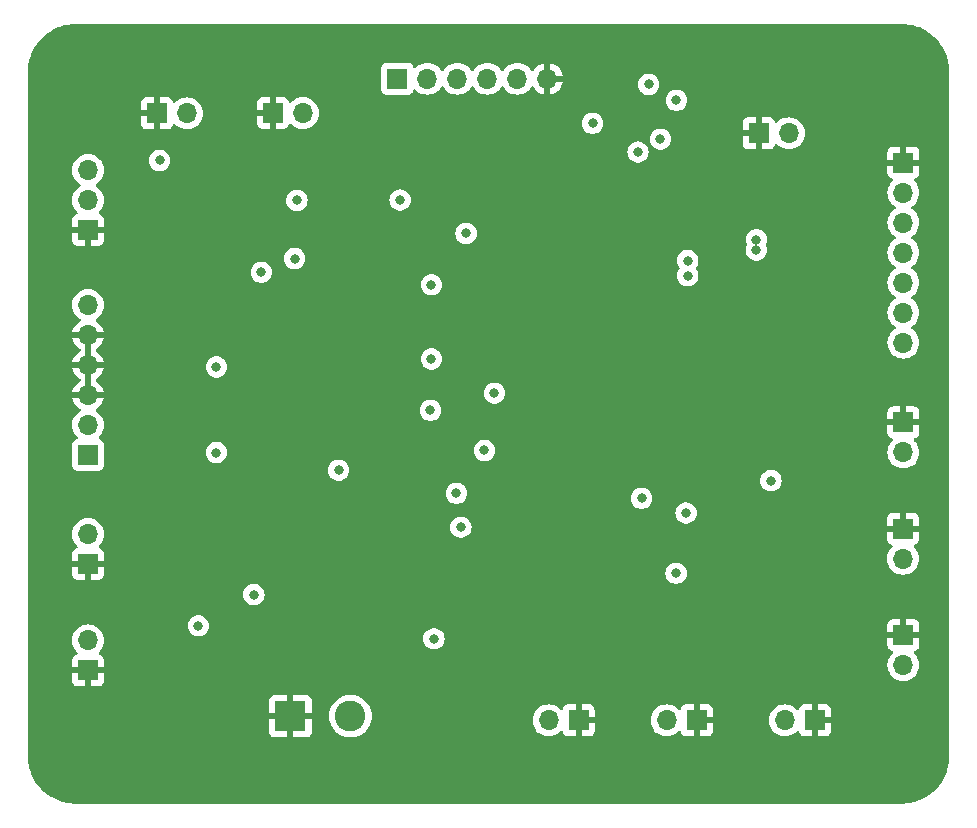
<source format=gbr>
%TF.GenerationSoftware,KiCad,Pcbnew,7.0.10*%
%TF.CreationDate,2024-03-09T05:04:33-09:00*%
%TF.ProjectId,SP_V.1.7.5_Board,53505f56-2e31-42e3-972e-355f426f6172,rev?*%
%TF.SameCoordinates,Original*%
%TF.FileFunction,Copper,L2,Inr*%
%TF.FilePolarity,Positive*%
%FSLAX46Y46*%
G04 Gerber Fmt 4.6, Leading zero omitted, Abs format (unit mm)*
G04 Created by KiCad (PCBNEW 7.0.10) date 2024-03-09 05:04:33*
%MOMM*%
%LPD*%
G01*
G04 APERTURE LIST*
%TA.AperFunction,ComponentPad*%
%ADD10R,1.700000X1.700000*%
%TD*%
%TA.AperFunction,ComponentPad*%
%ADD11O,1.700000X1.700000*%
%TD*%
%TA.AperFunction,ComponentPad*%
%ADD12R,2.600000X2.600000*%
%TD*%
%TA.AperFunction,ComponentPad*%
%ADD13C,2.600000*%
%TD*%
%TA.AperFunction,ViaPad*%
%ADD14C,0.800000*%
%TD*%
%TA.AperFunction,ViaPad*%
%ADD15C,5.600000*%
%TD*%
G04 APERTURE END LIST*
D10*
%TO.N,GND*%
%TO.C,J13*%
X176000000Y-65000000D03*
D11*
%TO.N,Steam boiler control*%
X176000000Y-67540000D03*
%TO.N,Water valve control*%
X176000000Y-70080000D03*
%TO.N,Fill valve control*%
X176000000Y-72620000D03*
%TO.N,Water pump control*%
X176000000Y-75160000D03*
%TO.N,Accessory 1*%
X176000000Y-77700000D03*
%TO.N,Accessory 2*%
X176000000Y-80240000D03*
%TD*%
D10*
%TO.N,GND*%
%TO.C,J1*%
X163750000Y-62520000D03*
D11*
%TO.N,Coffee boiler control*%
X166290000Y-62520000D03*
%TD*%
D10*
%TO.N,GND*%
%TO.C,J9*%
X112810000Y-60830000D03*
D11*
%TO.N,Group head thermistor*%
X115350000Y-60830000D03*
%TD*%
D10*
%TO.N,+3V3*%
%TO.C,J8*%
X133150000Y-57900000D03*
D11*
%TO.N,SPI_SCLK*%
X135690000Y-57900000D03*
%TO.N,SPI_CS*%
X138230000Y-57900000D03*
%TO.N,SPI_MOSI*%
X140770000Y-57900000D03*
%TO.N,SPI_MISO*%
X143310000Y-57900000D03*
%TO.N,GND*%
X145850000Y-57900000D03*
%TD*%
D10*
%TO.N,Tank level sensor*%
%TO.C,J6*%
X106975000Y-89750000D03*
D11*
%TO.N,Boiler level sensor*%
X106975000Y-87210000D03*
%TO.N,GND*%
X106975000Y-84670000D03*
X106975000Y-82130000D03*
X106975000Y-79590000D03*
%TO.N,Pressurestat*%
X106975000Y-77050000D03*
%TD*%
D10*
%TO.N,GND*%
%TO.C,J10*%
X106975000Y-70725000D03*
D11*
%TO.N,Dial potentiometer*%
X106975000Y-68185000D03*
%TO.N,+3V3*%
X106975000Y-65645000D03*
%TD*%
D10*
%TO.N,GND*%
%TO.C,J15*%
X175975000Y-96000000D03*
D11*
%TO.N,Net-(J15-Pin_2)*%
X175975000Y-98540000D03*
%TD*%
D10*
%TO.N,GND*%
%TO.C,J19*%
X176000000Y-105000000D03*
D11*
%TO.N,Net-(J19-Pin_2)*%
X176000000Y-107540000D03*
%TD*%
D10*
%TO.N,GND*%
%TO.C,J14*%
X122620000Y-60810000D03*
D11*
%TO.N,Water pressure sensor*%
X125160000Y-60810000D03*
%TD*%
D10*
%TO.N,GND*%
%TO.C,J16*%
X106975000Y-99000000D03*
D11*
%TO.N,Pump control*%
X106975000Y-96460000D03*
%TD*%
D10*
%TO.N,GND*%
%TO.C,J2*%
X158500000Y-112225000D03*
D11*
%TO.N,Net-(J2-Pin_2)*%
X155960000Y-112225000D03*
%TD*%
D10*
%TO.N,GND*%
%TO.C,J3*%
X148500000Y-112225000D03*
D11*
%TO.N,Net-(J3-Pin_2)*%
X145960000Y-112225000D03*
%TD*%
D12*
%TO.N,GND*%
%TO.C,J12*%
X124100000Y-111875000D03*
D13*
%TO.N,5V_IN*%
X129180000Y-111875000D03*
%TD*%
D10*
%TO.N,GND*%
%TO.C,J4*%
X176000000Y-87000000D03*
D11*
%TO.N,Net-(J4-Pin_2)*%
X176000000Y-89540000D03*
%TD*%
D10*
%TO.N,GND*%
%TO.C,J17*%
X106975000Y-108000000D03*
D11*
%TO.N,Tachometer*%
X106975000Y-105460000D03*
%TD*%
D10*
%TO.N,GND*%
%TO.C,J5*%
X168500000Y-112225000D03*
D11*
%TO.N,Brew button*%
X165960000Y-112225000D03*
%TD*%
D14*
%TO.N,5V_IN*%
X163540000Y-72400000D03*
X163550000Y-71530000D03*
%TO.N,GND*%
X153260000Y-70910000D03*
X162400000Y-87260000D03*
X115295000Y-67027500D03*
X141340000Y-78590000D03*
X119350000Y-92800000D03*
X152680000Y-59730000D03*
D15*
X105875000Y-115275000D03*
D14*
X156750000Y-61675000D03*
X132570000Y-91010000D03*
D15*
X175875000Y-57275000D03*
D14*
X132580000Y-80730000D03*
X156625000Y-97225000D03*
X157570000Y-69592500D03*
X157640000Y-87260000D03*
D15*
X105875000Y-57275000D03*
D14*
X117830000Y-67020000D03*
X135670000Y-65760000D03*
X120375000Y-67027500D03*
X136250000Y-101675000D03*
X162375000Y-90275000D03*
X163520000Y-68070000D03*
X136395000Y-107425000D03*
X117800000Y-104200000D03*
X162400000Y-75830000D03*
D15*
X175875000Y-115275000D03*
D14*
X115085000Y-89530000D03*
X119240000Y-77000000D03*
X121000000Y-98675000D03*
X133375000Y-98675000D03*
X146710000Y-93610000D03*
X116555000Y-74277500D03*
X119105000Y-74297500D03*
X154275000Y-104000000D03*
X115095000Y-82300000D03*
%TO.N,+3V3*%
X117835000Y-82310000D03*
X164775000Y-91925000D03*
X136250000Y-105320000D03*
X116300000Y-104225000D03*
X157740000Y-74570000D03*
X156750000Y-99775000D03*
X138150000Y-93000000D03*
X157740000Y-73300000D03*
X133380000Y-68180000D03*
X117825000Y-89550000D03*
X121000000Y-101575000D03*
X121635000Y-74287500D03*
X155430000Y-63020000D03*
X113025000Y-64825000D03*
X138525000Y-95875000D03*
X154430000Y-58380000D03*
X156775000Y-59725000D03*
%TO.N,I2C_SDA*%
X136040000Y-81630000D03*
X136040000Y-75350000D03*
X141375000Y-84525000D03*
X157600000Y-94675000D03*
X153525000Y-64115000D03*
X124450000Y-73125000D03*
%TO.N,I2C_SCL*%
X149675000Y-61675000D03*
X140525000Y-89375000D03*
X138975000Y-71000000D03*
X124650000Y-68200000D03*
X135952500Y-85975000D03*
X153825000Y-93425000D03*
%TO.N,Tachometer*%
X128175000Y-91050000D03*
%TD*%
%TA.AperFunction,Conductor*%
%TO.N,GND*%
G36*
X107225000Y-84234498D02*
G01*
X107117315Y-84185320D01*
X107010763Y-84170000D01*
X106939237Y-84170000D01*
X106832685Y-84185320D01*
X106725000Y-84234498D01*
X106725000Y-82565501D01*
X106832685Y-82614680D01*
X106939237Y-82630000D01*
X107010763Y-82630000D01*
X107117315Y-82614680D01*
X107225000Y-82565501D01*
X107225000Y-84234498D01*
G37*
%TD.AperFunction*%
%TA.AperFunction,Conductor*%
G36*
X107225000Y-81694498D02*
G01*
X107117315Y-81645320D01*
X107010763Y-81630000D01*
X106939237Y-81630000D01*
X106832685Y-81645320D01*
X106725000Y-81694498D01*
X106725000Y-80025501D01*
X106832685Y-80074680D01*
X106939237Y-80090000D01*
X107010763Y-80090000D01*
X107117315Y-80074680D01*
X107225000Y-80025501D01*
X107225000Y-81694498D01*
G37*
%TD.AperFunction*%
%TA.AperFunction,Conductor*%
G36*
X175877854Y-53275632D02*
G01*
X175893811Y-53276369D01*
X176048088Y-53283502D01*
X176244795Y-53293166D01*
X176255787Y-53294201D01*
X176437876Y-53319601D01*
X176438781Y-53319732D01*
X176622261Y-53346949D01*
X176632413Y-53348892D01*
X176813614Y-53391510D01*
X176815023Y-53391852D01*
X176992874Y-53436401D01*
X177002091Y-53439096D01*
X177179478Y-53498550D01*
X177181618Y-53499292D01*
X177353220Y-53560692D01*
X177361519Y-53564004D01*
X177532980Y-53639712D01*
X177535909Y-53641051D01*
X177622263Y-53681892D01*
X177700119Y-53718715D01*
X177707411Y-53722465D01*
X177804135Y-53776341D01*
X177871435Y-53813827D01*
X177874810Y-53815777D01*
X178030371Y-53909017D01*
X178036670Y-53913058D01*
X178191699Y-54019256D01*
X178195459Y-54021935D01*
X178341009Y-54129882D01*
X178346305Y-54134040D01*
X178491009Y-54254200D01*
X178494947Y-54257617D01*
X178629206Y-54379303D01*
X178633590Y-54383478D01*
X178766520Y-54516408D01*
X178770698Y-54520795D01*
X178892375Y-54655045D01*
X178895805Y-54658998D01*
X179015951Y-54803684D01*
X179020124Y-54809000D01*
X179128041Y-54954509D01*
X179130742Y-54958299D01*
X179236940Y-55113328D01*
X179240999Y-55119656D01*
X179334200Y-55275153D01*
X179336171Y-55278563D01*
X179427525Y-55442573D01*
X179431291Y-55449896D01*
X179508947Y-55614089D01*
X179510286Y-55617018D01*
X179585994Y-55788479D01*
X179589311Y-55796791D01*
X179650666Y-55968265D01*
X179651487Y-55970634D01*
X179710894Y-56147881D01*
X179713606Y-56157157D01*
X179758104Y-56334803D01*
X179758526Y-56336543D01*
X179801101Y-56517562D01*
X179803053Y-56527758D01*
X179830257Y-56711156D01*
X179830410Y-56712218D01*
X179855794Y-56894184D01*
X179856834Y-56905231D01*
X179866495Y-57101881D01*
X179866512Y-57102238D01*
X179869868Y-57174810D01*
X179870000Y-57180538D01*
X179870000Y-115369461D01*
X179869868Y-115375187D01*
X179866530Y-115447391D01*
X179866513Y-115447750D01*
X179856834Y-115644767D01*
X179855794Y-115655814D01*
X179830410Y-115837780D01*
X179830257Y-115838842D01*
X179803053Y-116022240D01*
X179801101Y-116032436D01*
X179758526Y-116213455D01*
X179758104Y-116215195D01*
X179713606Y-116392841D01*
X179710894Y-116402117D01*
X179651487Y-116579364D01*
X179650666Y-116581733D01*
X179589311Y-116753207D01*
X179585994Y-116761519D01*
X179510286Y-116932980D01*
X179508947Y-116935909D01*
X179431291Y-117100102D01*
X179427525Y-117107425D01*
X179336171Y-117271435D01*
X179334200Y-117274845D01*
X179240999Y-117430342D01*
X179236940Y-117436670D01*
X179130742Y-117591699D01*
X179128041Y-117595489D01*
X179020135Y-117740984D01*
X179015935Y-117746334D01*
X178895851Y-117890947D01*
X178892331Y-117895004D01*
X178770717Y-118029183D01*
X178766520Y-118033590D01*
X178633590Y-118166520D01*
X178629183Y-118170717D01*
X178495004Y-118292331D01*
X178490947Y-118295851D01*
X178346334Y-118415935D01*
X178340984Y-118420135D01*
X178195489Y-118528041D01*
X178191699Y-118530742D01*
X178036670Y-118636940D01*
X178030342Y-118640999D01*
X177874845Y-118734200D01*
X177871435Y-118736171D01*
X177707425Y-118827525D01*
X177700102Y-118831291D01*
X177535909Y-118908947D01*
X177532980Y-118910286D01*
X177361519Y-118985994D01*
X177353207Y-118989311D01*
X177181733Y-119050666D01*
X177179364Y-119051487D01*
X177002117Y-119110894D01*
X176992841Y-119113606D01*
X176815195Y-119158104D01*
X176813455Y-119158526D01*
X176632436Y-119201101D01*
X176622240Y-119203053D01*
X176438842Y-119230257D01*
X176437780Y-119230410D01*
X176255814Y-119255794D01*
X176244766Y-119256834D01*
X176047947Y-119266502D01*
X176047592Y-119266519D01*
X175975189Y-119269868D01*
X175969460Y-119270000D01*
X105780540Y-119270000D01*
X105774811Y-119269868D01*
X105702406Y-119266519D01*
X105702051Y-119266502D01*
X105505232Y-119256834D01*
X105494184Y-119255794D01*
X105312218Y-119230410D01*
X105311156Y-119230257D01*
X105127758Y-119203053D01*
X105117562Y-119201101D01*
X104936543Y-119158526D01*
X104934803Y-119158104D01*
X104757157Y-119113606D01*
X104747881Y-119110894D01*
X104570634Y-119051487D01*
X104568265Y-119050666D01*
X104396791Y-118989311D01*
X104388479Y-118985994D01*
X104217018Y-118910286D01*
X104214089Y-118908947D01*
X104049896Y-118831291D01*
X104042573Y-118827525D01*
X103878563Y-118736171D01*
X103875153Y-118734200D01*
X103855648Y-118722509D01*
X103719645Y-118640992D01*
X103713328Y-118636940D01*
X103558299Y-118530742D01*
X103554509Y-118528041D01*
X103409000Y-118420124D01*
X103403684Y-118415951D01*
X103258998Y-118295805D01*
X103255045Y-118292375D01*
X103120795Y-118170698D01*
X103116408Y-118166520D01*
X102983478Y-118033590D01*
X102979303Y-118029206D01*
X102857617Y-117894947D01*
X102854200Y-117891009D01*
X102734040Y-117746305D01*
X102729882Y-117741009D01*
X102621935Y-117595459D01*
X102619256Y-117591699D01*
X102513058Y-117436670D01*
X102509017Y-117430371D01*
X102415777Y-117274810D01*
X102413827Y-117271435D01*
X102387261Y-117223740D01*
X102322465Y-117107411D01*
X102318715Y-117100119D01*
X102281892Y-117022263D01*
X102241051Y-116935909D01*
X102239712Y-116932980D01*
X102164004Y-116761519D01*
X102160692Y-116753220D01*
X102099292Y-116581618D01*
X102098550Y-116579478D01*
X102039096Y-116402091D01*
X102036401Y-116392874D01*
X101991852Y-116215023D01*
X101991510Y-116213614D01*
X101948892Y-116032413D01*
X101946949Y-116022261D01*
X101919732Y-115838781D01*
X101919588Y-115837780D01*
X101894201Y-115655787D01*
X101893166Y-115644795D01*
X101883486Y-115447736D01*
X101880132Y-115375187D01*
X101880000Y-115369463D01*
X101880000Y-113222844D01*
X122300000Y-113222844D01*
X122306401Y-113282372D01*
X122306403Y-113282379D01*
X122356645Y-113417086D01*
X122356649Y-113417093D01*
X122442809Y-113532187D01*
X122442812Y-113532190D01*
X122557906Y-113618350D01*
X122557913Y-113618354D01*
X122692620Y-113668596D01*
X122692627Y-113668598D01*
X122752155Y-113674999D01*
X122752172Y-113675000D01*
X123850000Y-113675000D01*
X123850000Y-112479310D01*
X123858817Y-112484158D01*
X124017886Y-112525000D01*
X124140894Y-112525000D01*
X124262933Y-112509583D01*
X124350000Y-112475110D01*
X124350000Y-113675000D01*
X125447828Y-113675000D01*
X125447844Y-113674999D01*
X125507372Y-113668598D01*
X125507379Y-113668596D01*
X125642086Y-113618354D01*
X125642093Y-113618350D01*
X125757187Y-113532190D01*
X125757190Y-113532187D01*
X125843350Y-113417093D01*
X125843354Y-113417086D01*
X125893596Y-113282379D01*
X125893598Y-113282372D01*
X125899999Y-113222844D01*
X125900000Y-113222827D01*
X125900000Y-112125000D01*
X124700728Y-112125000D01*
X124723100Y-112077457D01*
X124753873Y-111916138D01*
X124751285Y-111875004D01*
X127374451Y-111875004D01*
X127394616Y-112144101D01*
X127454664Y-112407188D01*
X127454666Y-112407195D01*
X127500901Y-112525000D01*
X127553257Y-112658398D01*
X127688185Y-112892102D01*
X127696744Y-112902834D01*
X127856442Y-113103089D01*
X128029318Y-113263493D01*
X128054259Y-113286635D01*
X128277226Y-113438651D01*
X128520359Y-113555738D01*
X128778228Y-113635280D01*
X128778229Y-113635280D01*
X128778232Y-113635281D01*
X129045063Y-113675499D01*
X129045068Y-113675499D01*
X129045071Y-113675500D01*
X129045072Y-113675500D01*
X129314928Y-113675500D01*
X129314929Y-113675500D01*
X129314936Y-113675499D01*
X129581767Y-113635281D01*
X129581768Y-113635280D01*
X129581772Y-113635280D01*
X129839641Y-113555738D01*
X130082775Y-113438651D01*
X130305741Y-113286635D01*
X130503561Y-113103085D01*
X130671815Y-112892102D01*
X130806743Y-112658398D01*
X130905334Y-112407195D01*
X130946919Y-112225000D01*
X144604341Y-112225000D01*
X144624936Y-112460403D01*
X144624938Y-112460413D01*
X144686094Y-112688655D01*
X144686096Y-112688659D01*
X144686097Y-112688663D01*
X144780962Y-112892101D01*
X144785965Y-112902830D01*
X144785967Y-112902834D01*
X144894281Y-113057521D01*
X144921505Y-113096401D01*
X145088599Y-113263495D01*
X145165135Y-113317086D01*
X145282165Y-113399032D01*
X145282167Y-113399033D01*
X145282170Y-113399035D01*
X145496337Y-113498903D01*
X145724592Y-113560063D01*
X145895319Y-113575000D01*
X145959999Y-113580659D01*
X145960000Y-113580659D01*
X145960001Y-113580659D01*
X146024681Y-113575000D01*
X146195408Y-113560063D01*
X146423663Y-113498903D01*
X146637830Y-113399035D01*
X146831401Y-113263495D01*
X146953717Y-113141178D01*
X147015036Y-113107696D01*
X147084728Y-113112680D01*
X147140662Y-113154551D01*
X147157577Y-113185528D01*
X147206646Y-113317088D01*
X147206649Y-113317093D01*
X147292809Y-113432187D01*
X147292812Y-113432190D01*
X147407906Y-113518350D01*
X147407913Y-113518354D01*
X147542620Y-113568596D01*
X147542627Y-113568598D01*
X147602155Y-113574999D01*
X147602172Y-113575000D01*
X148250000Y-113575000D01*
X148250000Y-112660501D01*
X148357685Y-112709680D01*
X148464237Y-112725000D01*
X148535763Y-112725000D01*
X148642315Y-112709680D01*
X148750000Y-112660501D01*
X148750000Y-113575000D01*
X149397828Y-113575000D01*
X149397844Y-113574999D01*
X149457372Y-113568598D01*
X149457379Y-113568596D01*
X149592086Y-113518354D01*
X149592093Y-113518350D01*
X149707187Y-113432190D01*
X149707190Y-113432187D01*
X149793350Y-113317093D01*
X149793354Y-113317086D01*
X149843596Y-113182379D01*
X149843598Y-113182372D01*
X149849999Y-113122844D01*
X149850000Y-113122827D01*
X149850000Y-112475000D01*
X148933686Y-112475000D01*
X148959493Y-112434844D01*
X149000000Y-112296889D01*
X149000000Y-112225000D01*
X154604341Y-112225000D01*
X154624936Y-112460403D01*
X154624938Y-112460413D01*
X154686094Y-112688655D01*
X154686096Y-112688659D01*
X154686097Y-112688663D01*
X154780962Y-112892101D01*
X154785965Y-112902830D01*
X154785967Y-112902834D01*
X154894281Y-113057521D01*
X154921505Y-113096401D01*
X155088599Y-113263495D01*
X155165135Y-113317086D01*
X155282165Y-113399032D01*
X155282167Y-113399033D01*
X155282170Y-113399035D01*
X155496337Y-113498903D01*
X155724592Y-113560063D01*
X155895319Y-113575000D01*
X155959999Y-113580659D01*
X155960000Y-113580659D01*
X155960001Y-113580659D01*
X156024681Y-113575000D01*
X156195408Y-113560063D01*
X156423663Y-113498903D01*
X156637830Y-113399035D01*
X156831401Y-113263495D01*
X156953717Y-113141178D01*
X157015036Y-113107696D01*
X157084728Y-113112680D01*
X157140662Y-113154551D01*
X157157577Y-113185528D01*
X157206646Y-113317088D01*
X157206649Y-113317093D01*
X157292809Y-113432187D01*
X157292812Y-113432190D01*
X157407906Y-113518350D01*
X157407913Y-113518354D01*
X157542620Y-113568596D01*
X157542627Y-113568598D01*
X157602155Y-113574999D01*
X157602172Y-113575000D01*
X158250000Y-113575000D01*
X158250000Y-112660501D01*
X158357685Y-112709680D01*
X158464237Y-112725000D01*
X158535763Y-112725000D01*
X158642315Y-112709680D01*
X158750000Y-112660501D01*
X158750000Y-113575000D01*
X159397828Y-113575000D01*
X159397844Y-113574999D01*
X159457372Y-113568598D01*
X159457379Y-113568596D01*
X159592086Y-113518354D01*
X159592093Y-113518350D01*
X159707187Y-113432190D01*
X159707190Y-113432187D01*
X159793350Y-113317093D01*
X159793354Y-113317086D01*
X159843596Y-113182379D01*
X159843598Y-113182372D01*
X159849999Y-113122844D01*
X159850000Y-113122827D01*
X159850000Y-112475000D01*
X158933686Y-112475000D01*
X158959493Y-112434844D01*
X159000000Y-112296889D01*
X159000000Y-112225000D01*
X164604341Y-112225000D01*
X164624936Y-112460403D01*
X164624938Y-112460413D01*
X164686094Y-112688655D01*
X164686096Y-112688659D01*
X164686097Y-112688663D01*
X164780962Y-112892101D01*
X164785965Y-112902830D01*
X164785967Y-112902834D01*
X164894281Y-113057521D01*
X164921505Y-113096401D01*
X165088599Y-113263495D01*
X165165135Y-113317086D01*
X165282165Y-113399032D01*
X165282167Y-113399033D01*
X165282170Y-113399035D01*
X165496337Y-113498903D01*
X165724592Y-113560063D01*
X165895319Y-113575000D01*
X165959999Y-113580659D01*
X165960000Y-113580659D01*
X165960001Y-113580659D01*
X166024681Y-113575000D01*
X166195408Y-113560063D01*
X166423663Y-113498903D01*
X166637830Y-113399035D01*
X166831401Y-113263495D01*
X166953717Y-113141178D01*
X167015036Y-113107696D01*
X167084728Y-113112680D01*
X167140662Y-113154551D01*
X167157577Y-113185528D01*
X167206646Y-113317088D01*
X167206649Y-113317093D01*
X167292809Y-113432187D01*
X167292812Y-113432190D01*
X167407906Y-113518350D01*
X167407913Y-113518354D01*
X167542620Y-113568596D01*
X167542627Y-113568598D01*
X167602155Y-113574999D01*
X167602172Y-113575000D01*
X168250000Y-113575000D01*
X168250000Y-112660501D01*
X168357685Y-112709680D01*
X168464237Y-112725000D01*
X168535763Y-112725000D01*
X168642315Y-112709680D01*
X168750000Y-112660501D01*
X168750000Y-113575000D01*
X169397828Y-113575000D01*
X169397844Y-113574999D01*
X169457372Y-113568598D01*
X169457379Y-113568596D01*
X169592086Y-113518354D01*
X169592093Y-113518350D01*
X169707187Y-113432190D01*
X169707190Y-113432187D01*
X169793350Y-113317093D01*
X169793354Y-113317086D01*
X169843596Y-113182379D01*
X169843598Y-113182372D01*
X169849999Y-113122844D01*
X169850000Y-113122827D01*
X169850000Y-112475000D01*
X168933686Y-112475000D01*
X168959493Y-112434844D01*
X169000000Y-112296889D01*
X169000000Y-112153111D01*
X168959493Y-112015156D01*
X168933686Y-111975000D01*
X169850000Y-111975000D01*
X169850000Y-111327172D01*
X169849999Y-111327155D01*
X169843598Y-111267627D01*
X169843596Y-111267620D01*
X169793354Y-111132913D01*
X169793350Y-111132906D01*
X169707190Y-111017812D01*
X169707187Y-111017809D01*
X169592093Y-110931649D01*
X169592086Y-110931645D01*
X169457379Y-110881403D01*
X169457372Y-110881401D01*
X169397844Y-110875000D01*
X168750000Y-110875000D01*
X168750000Y-111789498D01*
X168642315Y-111740320D01*
X168535763Y-111725000D01*
X168464237Y-111725000D01*
X168357685Y-111740320D01*
X168250000Y-111789498D01*
X168250000Y-110875000D01*
X167602155Y-110875000D01*
X167542627Y-110881401D01*
X167542620Y-110881403D01*
X167407913Y-110931645D01*
X167407906Y-110931649D01*
X167292812Y-111017809D01*
X167292809Y-111017812D01*
X167206649Y-111132906D01*
X167206645Y-111132913D01*
X167157578Y-111264470D01*
X167115707Y-111320404D01*
X167050242Y-111344821D01*
X166981969Y-111329969D01*
X166953715Y-111308819D01*
X166909366Y-111264470D01*
X166831401Y-111186505D01*
X166831397Y-111186502D01*
X166831396Y-111186501D01*
X166637834Y-111050967D01*
X166637830Y-111050965D01*
X166566727Y-111017809D01*
X166423663Y-110951097D01*
X166423659Y-110951096D01*
X166423655Y-110951094D01*
X166195413Y-110889938D01*
X166195403Y-110889936D01*
X165960001Y-110869341D01*
X165959999Y-110869341D01*
X165724596Y-110889936D01*
X165724586Y-110889938D01*
X165496344Y-110951094D01*
X165496335Y-110951098D01*
X165282171Y-111050964D01*
X165282169Y-111050965D01*
X165088597Y-111186505D01*
X164921505Y-111353597D01*
X164785965Y-111547169D01*
X164785964Y-111547171D01*
X164686098Y-111761335D01*
X164686094Y-111761344D01*
X164624938Y-111989586D01*
X164624936Y-111989596D01*
X164604341Y-112224999D01*
X164604341Y-112225000D01*
X159000000Y-112225000D01*
X159000000Y-112153111D01*
X158959493Y-112015156D01*
X158933686Y-111975000D01*
X159850000Y-111975000D01*
X159850000Y-111327172D01*
X159849999Y-111327155D01*
X159843598Y-111267627D01*
X159843596Y-111267620D01*
X159793354Y-111132913D01*
X159793350Y-111132906D01*
X159707190Y-111017812D01*
X159707187Y-111017809D01*
X159592093Y-110931649D01*
X159592086Y-110931645D01*
X159457379Y-110881403D01*
X159457372Y-110881401D01*
X159397844Y-110875000D01*
X158750000Y-110875000D01*
X158750000Y-111789498D01*
X158642315Y-111740320D01*
X158535763Y-111725000D01*
X158464237Y-111725000D01*
X158357685Y-111740320D01*
X158250000Y-111789498D01*
X158250000Y-110875000D01*
X157602155Y-110875000D01*
X157542627Y-110881401D01*
X157542620Y-110881403D01*
X157407913Y-110931645D01*
X157407906Y-110931649D01*
X157292812Y-111017809D01*
X157292809Y-111017812D01*
X157206649Y-111132906D01*
X157206645Y-111132913D01*
X157157578Y-111264470D01*
X157115707Y-111320404D01*
X157050242Y-111344821D01*
X156981969Y-111329969D01*
X156953715Y-111308819D01*
X156909366Y-111264470D01*
X156831401Y-111186505D01*
X156831397Y-111186502D01*
X156831396Y-111186501D01*
X156637834Y-111050967D01*
X156637830Y-111050965D01*
X156566727Y-111017809D01*
X156423663Y-110951097D01*
X156423659Y-110951096D01*
X156423655Y-110951094D01*
X156195413Y-110889938D01*
X156195403Y-110889936D01*
X155960001Y-110869341D01*
X155959999Y-110869341D01*
X155724596Y-110889936D01*
X155724586Y-110889938D01*
X155496344Y-110951094D01*
X155496335Y-110951098D01*
X155282171Y-111050964D01*
X155282169Y-111050965D01*
X155088597Y-111186505D01*
X154921505Y-111353597D01*
X154785965Y-111547169D01*
X154785964Y-111547171D01*
X154686098Y-111761335D01*
X154686094Y-111761344D01*
X154624938Y-111989586D01*
X154624936Y-111989596D01*
X154604341Y-112224999D01*
X154604341Y-112225000D01*
X149000000Y-112225000D01*
X149000000Y-112153111D01*
X148959493Y-112015156D01*
X148933686Y-111975000D01*
X149850000Y-111975000D01*
X149850000Y-111327172D01*
X149849999Y-111327155D01*
X149843598Y-111267627D01*
X149843596Y-111267620D01*
X149793354Y-111132913D01*
X149793350Y-111132906D01*
X149707190Y-111017812D01*
X149707187Y-111017809D01*
X149592093Y-110931649D01*
X149592086Y-110931645D01*
X149457379Y-110881403D01*
X149457372Y-110881401D01*
X149397844Y-110875000D01*
X148750000Y-110875000D01*
X148750000Y-111789498D01*
X148642315Y-111740320D01*
X148535763Y-111725000D01*
X148464237Y-111725000D01*
X148357685Y-111740320D01*
X148250000Y-111789498D01*
X148250000Y-110875000D01*
X147602155Y-110875000D01*
X147542627Y-110881401D01*
X147542620Y-110881403D01*
X147407913Y-110931645D01*
X147407906Y-110931649D01*
X147292812Y-111017809D01*
X147292809Y-111017812D01*
X147206649Y-111132906D01*
X147206645Y-111132913D01*
X147157578Y-111264470D01*
X147115707Y-111320404D01*
X147050242Y-111344821D01*
X146981969Y-111329969D01*
X146953715Y-111308819D01*
X146909366Y-111264470D01*
X146831401Y-111186505D01*
X146831397Y-111186502D01*
X146831396Y-111186501D01*
X146637834Y-111050967D01*
X146637830Y-111050965D01*
X146566727Y-111017809D01*
X146423663Y-110951097D01*
X146423659Y-110951096D01*
X146423655Y-110951094D01*
X146195413Y-110889938D01*
X146195403Y-110889936D01*
X145960001Y-110869341D01*
X145959999Y-110869341D01*
X145724596Y-110889936D01*
X145724586Y-110889938D01*
X145496344Y-110951094D01*
X145496335Y-110951098D01*
X145282171Y-111050964D01*
X145282169Y-111050965D01*
X145088597Y-111186505D01*
X144921505Y-111353597D01*
X144785965Y-111547169D01*
X144785964Y-111547171D01*
X144686098Y-111761335D01*
X144686094Y-111761344D01*
X144624938Y-111989586D01*
X144624936Y-111989596D01*
X144604341Y-112224999D01*
X144604341Y-112225000D01*
X130946919Y-112225000D01*
X130965383Y-112144103D01*
X130976349Y-111997766D01*
X130985549Y-111875004D01*
X130985549Y-111874995D01*
X130968744Y-111650747D01*
X130965383Y-111605897D01*
X130905334Y-111342805D01*
X130806743Y-111091602D01*
X130671815Y-110857898D01*
X130503561Y-110646915D01*
X130503560Y-110646914D01*
X130503557Y-110646910D01*
X130305741Y-110463365D01*
X130082775Y-110311349D01*
X130082769Y-110311346D01*
X130082768Y-110311345D01*
X130082767Y-110311344D01*
X129839643Y-110194263D01*
X129839645Y-110194263D01*
X129581773Y-110114720D01*
X129581767Y-110114718D01*
X129314936Y-110074500D01*
X129314929Y-110074500D01*
X129045071Y-110074500D01*
X129045063Y-110074500D01*
X128778232Y-110114718D01*
X128778226Y-110114720D01*
X128520358Y-110194262D01*
X128277230Y-110311346D01*
X128054258Y-110463365D01*
X127856442Y-110646910D01*
X127688185Y-110857898D01*
X127553258Y-111091599D01*
X127553256Y-111091603D01*
X127454666Y-111342804D01*
X127454664Y-111342811D01*
X127394616Y-111605898D01*
X127374451Y-111874995D01*
X127374451Y-111875004D01*
X124751285Y-111875004D01*
X124743561Y-111752234D01*
X124702220Y-111625000D01*
X125900000Y-111625000D01*
X125900000Y-110527172D01*
X125899999Y-110527155D01*
X125893598Y-110467627D01*
X125893596Y-110467620D01*
X125843354Y-110332913D01*
X125843350Y-110332906D01*
X125757190Y-110217812D01*
X125757187Y-110217809D01*
X125642093Y-110131649D01*
X125642086Y-110131645D01*
X125507379Y-110081403D01*
X125507372Y-110081401D01*
X125447844Y-110075000D01*
X124350000Y-110075000D01*
X124350000Y-111270689D01*
X124341183Y-111265842D01*
X124182114Y-111225000D01*
X124059106Y-111225000D01*
X123937067Y-111240417D01*
X123850000Y-111274889D01*
X123850000Y-110075000D01*
X122752155Y-110075000D01*
X122692627Y-110081401D01*
X122692620Y-110081403D01*
X122557913Y-110131645D01*
X122557906Y-110131649D01*
X122442812Y-110217809D01*
X122442809Y-110217812D01*
X122356649Y-110332906D01*
X122356645Y-110332913D01*
X122306403Y-110467620D01*
X122306401Y-110467627D01*
X122300000Y-110527155D01*
X122300000Y-111625000D01*
X123499272Y-111625000D01*
X123476900Y-111672543D01*
X123446127Y-111833862D01*
X123456439Y-111997766D01*
X123497780Y-112125000D01*
X122300000Y-112125000D01*
X122300000Y-113222844D01*
X101880000Y-113222844D01*
X101880000Y-105460000D01*
X105619341Y-105460000D01*
X105639936Y-105695403D01*
X105639938Y-105695413D01*
X105701094Y-105923655D01*
X105701096Y-105923659D01*
X105701097Y-105923663D01*
X105785259Y-106104148D01*
X105800965Y-106137830D01*
X105800967Y-106137834D01*
X105909281Y-106292521D01*
X105936501Y-106331396D01*
X105936506Y-106331402D01*
X106058818Y-106453714D01*
X106092303Y-106515037D01*
X106087319Y-106584729D01*
X106045447Y-106640662D01*
X106014471Y-106657577D01*
X105882912Y-106706646D01*
X105882906Y-106706649D01*
X105767812Y-106792809D01*
X105767809Y-106792812D01*
X105681649Y-106907906D01*
X105681645Y-106907913D01*
X105631403Y-107042620D01*
X105631401Y-107042627D01*
X105625000Y-107102155D01*
X105625000Y-107750000D01*
X106541314Y-107750000D01*
X106515507Y-107790156D01*
X106475000Y-107928111D01*
X106475000Y-108071889D01*
X106515507Y-108209844D01*
X106541314Y-108250000D01*
X105625000Y-108250000D01*
X105625000Y-108897844D01*
X105631401Y-108957372D01*
X105631403Y-108957379D01*
X105681645Y-109092086D01*
X105681649Y-109092093D01*
X105767809Y-109207187D01*
X105767812Y-109207190D01*
X105882906Y-109293350D01*
X105882913Y-109293354D01*
X106017620Y-109343596D01*
X106017627Y-109343598D01*
X106077155Y-109349999D01*
X106077172Y-109350000D01*
X106725000Y-109350000D01*
X106725000Y-108435501D01*
X106832685Y-108484680D01*
X106939237Y-108500000D01*
X107010763Y-108500000D01*
X107117315Y-108484680D01*
X107225000Y-108435501D01*
X107225000Y-109350000D01*
X107872828Y-109350000D01*
X107872844Y-109349999D01*
X107932372Y-109343598D01*
X107932379Y-109343596D01*
X108067086Y-109293354D01*
X108067093Y-109293350D01*
X108182187Y-109207190D01*
X108182190Y-109207187D01*
X108268350Y-109092093D01*
X108268354Y-109092086D01*
X108318596Y-108957379D01*
X108318598Y-108957372D01*
X108324999Y-108897844D01*
X108325000Y-108897827D01*
X108325000Y-108250000D01*
X107408686Y-108250000D01*
X107434493Y-108209844D01*
X107475000Y-108071889D01*
X107475000Y-107928111D01*
X107434493Y-107790156D01*
X107408686Y-107750000D01*
X108325000Y-107750000D01*
X108325000Y-107540000D01*
X174644341Y-107540000D01*
X174664936Y-107775403D01*
X174664938Y-107775413D01*
X174726094Y-108003655D01*
X174726096Y-108003659D01*
X174726097Y-108003663D01*
X174822241Y-108209844D01*
X174825965Y-108217830D01*
X174825967Y-108217834D01*
X174905066Y-108330798D01*
X174961505Y-108411401D01*
X175128599Y-108578495D01*
X175225384Y-108646265D01*
X175322165Y-108714032D01*
X175322167Y-108714033D01*
X175322170Y-108714035D01*
X175536337Y-108813903D01*
X175764592Y-108875063D01*
X175952918Y-108891539D01*
X175999999Y-108895659D01*
X176000000Y-108895659D01*
X176000001Y-108895659D01*
X176039234Y-108892226D01*
X176235408Y-108875063D01*
X176463663Y-108813903D01*
X176677830Y-108714035D01*
X176871401Y-108578495D01*
X177038495Y-108411401D01*
X177174035Y-108217830D01*
X177273903Y-108003663D01*
X177335063Y-107775408D01*
X177355659Y-107540000D01*
X177335063Y-107304592D01*
X177273903Y-107076337D01*
X177174035Y-106862171D01*
X177125467Y-106792809D01*
X177038496Y-106668600D01*
X176985601Y-106615705D01*
X176916179Y-106546283D01*
X176882696Y-106484963D01*
X176887680Y-106415271D01*
X176929551Y-106359337D01*
X176960529Y-106342422D01*
X177092086Y-106293354D01*
X177092093Y-106293350D01*
X177207187Y-106207190D01*
X177207190Y-106207187D01*
X177293350Y-106092093D01*
X177293354Y-106092086D01*
X177343596Y-105957379D01*
X177343598Y-105957372D01*
X177349999Y-105897844D01*
X177350000Y-105897827D01*
X177350000Y-105250000D01*
X176433686Y-105250000D01*
X176459493Y-105209844D01*
X176500000Y-105071889D01*
X176500000Y-104928111D01*
X176459493Y-104790156D01*
X176433686Y-104750000D01*
X177350000Y-104750000D01*
X177350000Y-104102172D01*
X177349999Y-104102155D01*
X177343598Y-104042627D01*
X177343596Y-104042620D01*
X177293354Y-103907913D01*
X177293350Y-103907906D01*
X177207190Y-103792812D01*
X177207187Y-103792809D01*
X177092093Y-103706649D01*
X177092086Y-103706645D01*
X176957379Y-103656403D01*
X176957372Y-103656401D01*
X176897844Y-103650000D01*
X176250000Y-103650000D01*
X176250000Y-104564498D01*
X176142315Y-104515320D01*
X176035763Y-104500000D01*
X175964237Y-104500000D01*
X175857685Y-104515320D01*
X175750000Y-104564498D01*
X175750000Y-103650000D01*
X175102155Y-103650000D01*
X175042627Y-103656401D01*
X175042620Y-103656403D01*
X174907913Y-103706645D01*
X174907906Y-103706649D01*
X174792812Y-103792809D01*
X174792809Y-103792812D01*
X174706649Y-103907906D01*
X174706645Y-103907913D01*
X174656403Y-104042620D01*
X174656401Y-104042627D01*
X174650000Y-104102155D01*
X174650000Y-104750000D01*
X175566314Y-104750000D01*
X175540507Y-104790156D01*
X175500000Y-104928111D01*
X175500000Y-105071889D01*
X175540507Y-105209844D01*
X175566314Y-105250000D01*
X174650000Y-105250000D01*
X174650000Y-105897844D01*
X174656401Y-105957372D01*
X174656403Y-105957379D01*
X174706645Y-106092086D01*
X174706649Y-106092093D01*
X174792809Y-106207187D01*
X174792812Y-106207190D01*
X174907906Y-106293350D01*
X174907913Y-106293354D01*
X175039470Y-106342421D01*
X175095403Y-106384292D01*
X175119821Y-106449756D01*
X175104970Y-106518029D01*
X175083819Y-106546284D01*
X174961503Y-106668600D01*
X174825965Y-106862169D01*
X174825964Y-106862171D01*
X174726098Y-107076335D01*
X174726094Y-107076344D01*
X174664938Y-107304586D01*
X174664936Y-107304596D01*
X174644341Y-107539999D01*
X174644341Y-107540000D01*
X108325000Y-107540000D01*
X108325000Y-107102172D01*
X108324999Y-107102155D01*
X108318598Y-107042627D01*
X108318596Y-107042620D01*
X108268354Y-106907913D01*
X108268350Y-106907906D01*
X108182190Y-106792812D01*
X108182187Y-106792809D01*
X108067093Y-106706649D01*
X108067088Y-106706646D01*
X107935528Y-106657577D01*
X107879595Y-106615705D01*
X107855178Y-106550241D01*
X107870030Y-106481968D01*
X107891175Y-106453720D01*
X108013495Y-106331401D01*
X108149035Y-106137830D01*
X108248903Y-105923663D01*
X108310063Y-105695408D01*
X108330659Y-105460000D01*
X108318410Y-105320000D01*
X135344540Y-105320000D01*
X135364326Y-105508256D01*
X135364327Y-105508259D01*
X135422818Y-105688277D01*
X135422821Y-105688284D01*
X135517467Y-105852216D01*
X135644129Y-105992888D01*
X135797265Y-106104148D01*
X135797270Y-106104151D01*
X135970192Y-106181142D01*
X135970197Y-106181144D01*
X136155354Y-106220500D01*
X136155355Y-106220500D01*
X136344644Y-106220500D01*
X136344646Y-106220500D01*
X136529803Y-106181144D01*
X136702730Y-106104151D01*
X136855871Y-105992888D01*
X136982533Y-105852216D01*
X137077179Y-105688284D01*
X137135674Y-105508256D01*
X137155460Y-105320000D01*
X137135674Y-105131744D01*
X137077179Y-104951716D01*
X136982533Y-104787784D01*
X136855871Y-104647112D01*
X136855870Y-104647111D01*
X136702734Y-104535851D01*
X136702729Y-104535848D01*
X136529807Y-104458857D01*
X136529802Y-104458855D01*
X136384001Y-104427865D01*
X136344646Y-104419500D01*
X136155354Y-104419500D01*
X136122897Y-104426398D01*
X135970197Y-104458855D01*
X135970192Y-104458857D01*
X135797270Y-104535848D01*
X135797265Y-104535851D01*
X135644129Y-104647111D01*
X135517466Y-104787785D01*
X135422821Y-104951715D01*
X135422818Y-104951722D01*
X135364327Y-105131740D01*
X135364326Y-105131744D01*
X135344540Y-105320000D01*
X108318410Y-105320000D01*
X108310063Y-105224592D01*
X108263626Y-105051285D01*
X108248905Y-104996344D01*
X108248904Y-104996343D01*
X108248903Y-104996337D01*
X108149035Y-104782171D01*
X108131562Y-104757216D01*
X108013494Y-104588597D01*
X107846402Y-104421506D01*
X107846395Y-104421501D01*
X107843537Y-104419500D01*
X107807521Y-104394281D01*
X107652834Y-104285967D01*
X107652830Y-104285965D01*
X107652828Y-104285964D01*
X107522091Y-104225000D01*
X115394540Y-104225000D01*
X115414326Y-104413256D01*
X115414327Y-104413259D01*
X115472818Y-104593277D01*
X115472821Y-104593284D01*
X115567467Y-104757216D01*
X115694129Y-104897888D01*
X115847265Y-105009148D01*
X115847270Y-105009151D01*
X116020192Y-105086142D01*
X116020197Y-105086144D01*
X116205354Y-105125500D01*
X116205355Y-105125500D01*
X116394644Y-105125500D01*
X116394646Y-105125500D01*
X116579803Y-105086144D01*
X116752730Y-105009151D01*
X116905871Y-104897888D01*
X117032533Y-104757216D01*
X117127179Y-104593284D01*
X117185674Y-104413256D01*
X117205460Y-104225000D01*
X117185674Y-104036744D01*
X117127179Y-103856716D01*
X117032533Y-103692784D01*
X116905871Y-103552112D01*
X116905870Y-103552111D01*
X116752734Y-103440851D01*
X116752729Y-103440848D01*
X116579807Y-103363857D01*
X116579802Y-103363855D01*
X116434001Y-103332865D01*
X116394646Y-103324500D01*
X116205354Y-103324500D01*
X116172897Y-103331398D01*
X116020197Y-103363855D01*
X116020192Y-103363857D01*
X115847270Y-103440848D01*
X115847265Y-103440851D01*
X115694129Y-103552111D01*
X115567466Y-103692785D01*
X115472821Y-103856715D01*
X115472818Y-103856722D01*
X115414327Y-104036740D01*
X115414326Y-104036744D01*
X115394540Y-104225000D01*
X107522091Y-104225000D01*
X107438663Y-104186097D01*
X107438659Y-104186096D01*
X107438655Y-104186094D01*
X107210413Y-104124938D01*
X107210403Y-104124936D01*
X106975001Y-104104341D01*
X106974999Y-104104341D01*
X106739596Y-104124936D01*
X106739586Y-104124938D01*
X106511344Y-104186094D01*
X106511335Y-104186098D01*
X106297171Y-104285964D01*
X106297169Y-104285965D01*
X106103597Y-104421505D01*
X105936505Y-104588597D01*
X105800965Y-104782169D01*
X105800964Y-104782171D01*
X105701098Y-104996335D01*
X105701094Y-104996344D01*
X105639938Y-105224586D01*
X105639936Y-105224596D01*
X105619341Y-105459999D01*
X105619341Y-105460000D01*
X101880000Y-105460000D01*
X101880000Y-101575000D01*
X120094540Y-101575000D01*
X120114326Y-101763256D01*
X120114327Y-101763259D01*
X120172818Y-101943277D01*
X120172821Y-101943284D01*
X120267467Y-102107216D01*
X120394129Y-102247888D01*
X120547265Y-102359148D01*
X120547270Y-102359151D01*
X120720192Y-102436142D01*
X120720197Y-102436144D01*
X120905354Y-102475500D01*
X120905355Y-102475500D01*
X121094644Y-102475500D01*
X121094646Y-102475500D01*
X121279803Y-102436144D01*
X121452730Y-102359151D01*
X121605871Y-102247888D01*
X121732533Y-102107216D01*
X121827179Y-101943284D01*
X121885674Y-101763256D01*
X121905460Y-101575000D01*
X121885674Y-101386744D01*
X121827179Y-101206716D01*
X121732533Y-101042784D01*
X121605871Y-100902112D01*
X121605870Y-100902111D01*
X121452734Y-100790851D01*
X121452729Y-100790848D01*
X121279807Y-100713857D01*
X121279802Y-100713855D01*
X121134001Y-100682865D01*
X121094646Y-100674500D01*
X120905354Y-100674500D01*
X120872897Y-100681398D01*
X120720197Y-100713855D01*
X120720192Y-100713857D01*
X120547270Y-100790848D01*
X120547265Y-100790851D01*
X120394129Y-100902111D01*
X120267466Y-101042785D01*
X120172821Y-101206715D01*
X120172818Y-101206722D01*
X120114327Y-101386740D01*
X120114326Y-101386744D01*
X120094540Y-101575000D01*
X101880000Y-101575000D01*
X101880000Y-96460000D01*
X105619341Y-96460000D01*
X105639936Y-96695403D01*
X105639938Y-96695413D01*
X105701094Y-96923655D01*
X105701096Y-96923659D01*
X105701097Y-96923663D01*
X105800965Y-97137830D01*
X105800967Y-97137834D01*
X105909281Y-97292521D01*
X105936501Y-97331396D01*
X105936506Y-97331402D01*
X106058818Y-97453714D01*
X106092303Y-97515037D01*
X106087319Y-97584729D01*
X106045447Y-97640662D01*
X106014471Y-97657577D01*
X105882912Y-97706646D01*
X105882906Y-97706649D01*
X105767812Y-97792809D01*
X105767809Y-97792812D01*
X105681649Y-97907906D01*
X105681645Y-97907913D01*
X105631403Y-98042620D01*
X105631401Y-98042627D01*
X105625000Y-98102155D01*
X105625000Y-98750000D01*
X106541314Y-98750000D01*
X106515507Y-98790156D01*
X106475000Y-98928111D01*
X106475000Y-99071889D01*
X106515507Y-99209844D01*
X106541314Y-99250000D01*
X105625000Y-99250000D01*
X105625000Y-99897844D01*
X105631401Y-99957372D01*
X105631403Y-99957379D01*
X105681645Y-100092086D01*
X105681649Y-100092093D01*
X105767809Y-100207187D01*
X105767812Y-100207190D01*
X105882906Y-100293350D01*
X105882913Y-100293354D01*
X106017620Y-100343596D01*
X106017627Y-100343598D01*
X106077155Y-100349999D01*
X106077172Y-100350000D01*
X106725000Y-100350000D01*
X106725000Y-99435501D01*
X106832685Y-99484680D01*
X106939237Y-99500000D01*
X107010763Y-99500000D01*
X107117315Y-99484680D01*
X107225000Y-99435501D01*
X107225000Y-100350000D01*
X107872828Y-100350000D01*
X107872844Y-100349999D01*
X107932372Y-100343598D01*
X107932379Y-100343596D01*
X108067086Y-100293354D01*
X108067093Y-100293350D01*
X108182187Y-100207190D01*
X108182190Y-100207187D01*
X108268350Y-100092093D01*
X108268354Y-100092086D01*
X108318596Y-99957379D01*
X108318598Y-99957372D01*
X108324999Y-99897844D01*
X108325000Y-99897827D01*
X108325000Y-99775000D01*
X155844540Y-99775000D01*
X155864326Y-99963256D01*
X155864327Y-99963259D01*
X155922818Y-100143277D01*
X155922821Y-100143284D01*
X156017467Y-100307216D01*
X156144129Y-100447888D01*
X156297265Y-100559148D01*
X156297270Y-100559151D01*
X156470192Y-100636142D01*
X156470197Y-100636144D01*
X156655354Y-100675500D01*
X156655355Y-100675500D01*
X156844644Y-100675500D01*
X156844646Y-100675500D01*
X157029803Y-100636144D01*
X157202730Y-100559151D01*
X157355871Y-100447888D01*
X157482533Y-100307216D01*
X157577179Y-100143284D01*
X157635674Y-99963256D01*
X157655460Y-99775000D01*
X157635674Y-99586744D01*
X157577179Y-99406716D01*
X157482533Y-99242784D01*
X157355871Y-99102112D01*
X157355870Y-99102111D01*
X157202734Y-98990851D01*
X157202729Y-98990848D01*
X157029807Y-98913857D01*
X157029802Y-98913855D01*
X156884001Y-98882865D01*
X156844646Y-98874500D01*
X156655354Y-98874500D01*
X156622897Y-98881398D01*
X156470197Y-98913855D01*
X156470192Y-98913857D01*
X156297270Y-98990848D01*
X156297265Y-98990851D01*
X156144129Y-99102111D01*
X156017466Y-99242785D01*
X155922821Y-99406715D01*
X155922818Y-99406722D01*
X155867007Y-99578493D01*
X155864326Y-99586744D01*
X155844540Y-99775000D01*
X108325000Y-99775000D01*
X108325000Y-99250000D01*
X107408686Y-99250000D01*
X107434493Y-99209844D01*
X107475000Y-99071889D01*
X107475000Y-98928111D01*
X107434493Y-98790156D01*
X107408686Y-98750000D01*
X108325000Y-98750000D01*
X108325000Y-98540000D01*
X174619341Y-98540000D01*
X174639936Y-98775403D01*
X174639938Y-98775413D01*
X174701094Y-99003655D01*
X174701096Y-99003659D01*
X174701097Y-99003663D01*
X174747004Y-99102111D01*
X174800965Y-99217830D01*
X174800967Y-99217834D01*
X174880066Y-99330798D01*
X174936505Y-99411401D01*
X175103599Y-99578495D01*
X175115380Y-99586744D01*
X175297165Y-99714032D01*
X175297167Y-99714033D01*
X175297170Y-99714035D01*
X175511337Y-99813903D01*
X175739592Y-99875063D01*
X175927918Y-99891539D01*
X175974999Y-99895659D01*
X175975000Y-99895659D01*
X175975001Y-99895659D01*
X176014234Y-99892226D01*
X176210408Y-99875063D01*
X176438663Y-99813903D01*
X176652830Y-99714035D01*
X176846401Y-99578495D01*
X177013495Y-99411401D01*
X177149035Y-99217830D01*
X177248903Y-99003663D01*
X177310063Y-98775408D01*
X177330659Y-98540000D01*
X177310063Y-98304592D01*
X177248903Y-98076337D01*
X177149035Y-97862171D01*
X177100467Y-97792809D01*
X177013496Y-97668600D01*
X176960601Y-97615705D01*
X176891179Y-97546283D01*
X176857696Y-97484963D01*
X176862680Y-97415271D01*
X176904551Y-97359337D01*
X176935529Y-97342422D01*
X177067086Y-97293354D01*
X177067093Y-97293350D01*
X177182187Y-97207190D01*
X177182190Y-97207187D01*
X177268350Y-97092093D01*
X177268354Y-97092086D01*
X177318596Y-96957379D01*
X177318598Y-96957372D01*
X177324999Y-96897844D01*
X177325000Y-96897827D01*
X177325000Y-96250000D01*
X176408686Y-96250000D01*
X176434493Y-96209844D01*
X176475000Y-96071889D01*
X176475000Y-95928111D01*
X176434493Y-95790156D01*
X176408686Y-95750000D01*
X177325000Y-95750000D01*
X177325000Y-95102172D01*
X177324999Y-95102155D01*
X177318598Y-95042627D01*
X177318596Y-95042620D01*
X177268354Y-94907913D01*
X177268350Y-94907906D01*
X177182190Y-94792812D01*
X177182187Y-94792809D01*
X177067093Y-94706649D01*
X177067086Y-94706645D01*
X176932379Y-94656403D01*
X176932372Y-94656401D01*
X176872844Y-94650000D01*
X176225000Y-94650000D01*
X176225000Y-95564498D01*
X176117315Y-95515320D01*
X176010763Y-95500000D01*
X175939237Y-95500000D01*
X175832685Y-95515320D01*
X175725000Y-95564498D01*
X175725000Y-94650000D01*
X175077155Y-94650000D01*
X175017627Y-94656401D01*
X175017620Y-94656403D01*
X174882913Y-94706645D01*
X174882906Y-94706649D01*
X174767812Y-94792809D01*
X174767809Y-94792812D01*
X174681649Y-94907906D01*
X174681645Y-94907913D01*
X174631403Y-95042620D01*
X174631401Y-95042627D01*
X174625000Y-95102155D01*
X174625000Y-95750000D01*
X175541314Y-95750000D01*
X175515507Y-95790156D01*
X175475000Y-95928111D01*
X175475000Y-96071889D01*
X175515507Y-96209844D01*
X175541314Y-96250000D01*
X174625000Y-96250000D01*
X174625000Y-96897844D01*
X174631401Y-96957372D01*
X174631403Y-96957379D01*
X174681645Y-97092086D01*
X174681649Y-97092093D01*
X174767809Y-97207187D01*
X174767812Y-97207190D01*
X174882906Y-97293350D01*
X174882913Y-97293354D01*
X175014470Y-97342421D01*
X175070403Y-97384292D01*
X175094821Y-97449756D01*
X175079970Y-97518029D01*
X175058819Y-97546284D01*
X174936503Y-97668600D01*
X174800965Y-97862169D01*
X174800964Y-97862171D01*
X174701098Y-98076335D01*
X174701094Y-98076344D01*
X174639938Y-98304586D01*
X174639936Y-98304596D01*
X174619341Y-98539999D01*
X174619341Y-98540000D01*
X108325000Y-98540000D01*
X108325000Y-98102172D01*
X108324999Y-98102155D01*
X108318598Y-98042627D01*
X108318596Y-98042620D01*
X108268354Y-97907913D01*
X108268350Y-97907906D01*
X108182190Y-97792812D01*
X108182187Y-97792809D01*
X108067093Y-97706649D01*
X108067088Y-97706646D01*
X107935528Y-97657577D01*
X107879595Y-97615705D01*
X107855178Y-97550241D01*
X107870030Y-97481968D01*
X107891175Y-97453720D01*
X108013495Y-97331401D01*
X108149035Y-97137830D01*
X108248903Y-96923663D01*
X108310063Y-96695408D01*
X108330659Y-96460000D01*
X108310063Y-96224592D01*
X108248903Y-95996337D01*
X108192322Y-95875000D01*
X137619540Y-95875000D01*
X137639326Y-96063256D01*
X137639327Y-96063259D01*
X137697818Y-96243277D01*
X137697821Y-96243284D01*
X137792467Y-96407216D01*
X137919129Y-96547888D01*
X138072265Y-96659148D01*
X138072270Y-96659151D01*
X138245192Y-96736142D01*
X138245197Y-96736144D01*
X138430354Y-96775500D01*
X138430355Y-96775500D01*
X138619644Y-96775500D01*
X138619646Y-96775500D01*
X138804803Y-96736144D01*
X138977730Y-96659151D01*
X139130871Y-96547888D01*
X139257533Y-96407216D01*
X139352179Y-96243284D01*
X139410674Y-96063256D01*
X139430460Y-95875000D01*
X139410674Y-95686744D01*
X139352179Y-95506716D01*
X139257533Y-95342784D01*
X139130871Y-95202112D01*
X139108830Y-95186098D01*
X138977734Y-95090851D01*
X138977729Y-95090848D01*
X138804807Y-95013857D01*
X138804802Y-95013855D01*
X138659001Y-94982865D01*
X138619646Y-94974500D01*
X138430354Y-94974500D01*
X138397897Y-94981398D01*
X138245197Y-95013855D01*
X138245192Y-95013857D01*
X138072270Y-95090848D01*
X138072265Y-95090851D01*
X137919129Y-95202111D01*
X137792466Y-95342785D01*
X137697821Y-95506715D01*
X137697818Y-95506722D01*
X137639327Y-95686740D01*
X137639326Y-95686744D01*
X137619540Y-95875000D01*
X108192322Y-95875000D01*
X108149035Y-95782171D01*
X108013495Y-95588599D01*
X108013494Y-95588597D01*
X107846402Y-95421506D01*
X107846395Y-95421501D01*
X107652834Y-95285967D01*
X107652830Y-95285965D01*
X107652828Y-95285964D01*
X107438663Y-95186097D01*
X107438659Y-95186096D01*
X107438655Y-95186094D01*
X107210413Y-95124938D01*
X107210403Y-95124936D01*
X106975001Y-95104341D01*
X106974999Y-95104341D01*
X106739596Y-95124936D01*
X106739586Y-95124938D01*
X106511344Y-95186094D01*
X106511335Y-95186098D01*
X106297171Y-95285964D01*
X106297169Y-95285965D01*
X106103597Y-95421505D01*
X105936505Y-95588597D01*
X105800965Y-95782169D01*
X105800964Y-95782171D01*
X105701098Y-95996335D01*
X105701094Y-95996344D01*
X105639938Y-96224586D01*
X105639936Y-96224596D01*
X105619341Y-96459999D01*
X105619341Y-96460000D01*
X101880000Y-96460000D01*
X101880000Y-94675000D01*
X156694540Y-94675000D01*
X156714326Y-94863256D01*
X156714327Y-94863259D01*
X156772818Y-95043277D01*
X156772821Y-95043284D01*
X156867467Y-95207216D01*
X156938373Y-95285965D01*
X156994129Y-95347888D01*
X157147265Y-95459148D01*
X157147270Y-95459151D01*
X157320192Y-95536142D01*
X157320197Y-95536144D01*
X157505354Y-95575500D01*
X157505355Y-95575500D01*
X157694644Y-95575500D01*
X157694646Y-95575500D01*
X157879803Y-95536144D01*
X158052730Y-95459151D01*
X158205871Y-95347888D01*
X158332533Y-95207216D01*
X158427179Y-95043284D01*
X158485674Y-94863256D01*
X158505460Y-94675000D01*
X158485674Y-94486744D01*
X158427179Y-94306716D01*
X158332533Y-94142784D01*
X158205871Y-94002112D01*
X158144077Y-93957216D01*
X158052734Y-93890851D01*
X158052729Y-93890848D01*
X157879807Y-93813857D01*
X157879802Y-93813855D01*
X157734001Y-93782865D01*
X157694646Y-93774500D01*
X157505354Y-93774500D01*
X157472897Y-93781398D01*
X157320197Y-93813855D01*
X157320192Y-93813857D01*
X157147270Y-93890848D01*
X157147265Y-93890851D01*
X156994129Y-94002111D01*
X156867466Y-94142785D01*
X156772821Y-94306715D01*
X156772818Y-94306722D01*
X156714327Y-94486740D01*
X156714326Y-94486744D01*
X156694540Y-94675000D01*
X101880000Y-94675000D01*
X101880000Y-93000000D01*
X137244540Y-93000000D01*
X137264326Y-93188256D01*
X137264327Y-93188259D01*
X137322818Y-93368277D01*
X137322821Y-93368284D01*
X137417467Y-93532216D01*
X137490436Y-93613256D01*
X137544129Y-93672888D01*
X137697265Y-93784148D01*
X137697270Y-93784151D01*
X137870192Y-93861142D01*
X137870197Y-93861144D01*
X138055354Y-93900500D01*
X138055355Y-93900500D01*
X138244644Y-93900500D01*
X138244646Y-93900500D01*
X138429803Y-93861144D01*
X138602730Y-93784151D01*
X138755871Y-93672888D01*
X138882533Y-93532216D01*
X138944434Y-93425000D01*
X152919540Y-93425000D01*
X152939326Y-93613256D01*
X152939327Y-93613259D01*
X152997818Y-93793277D01*
X152997821Y-93793284D01*
X153092467Y-93957216D01*
X153132891Y-94002111D01*
X153219129Y-94097888D01*
X153372265Y-94209148D01*
X153372270Y-94209151D01*
X153545192Y-94286142D01*
X153545197Y-94286144D01*
X153730354Y-94325500D01*
X153730355Y-94325500D01*
X153919644Y-94325500D01*
X153919646Y-94325500D01*
X154104803Y-94286144D01*
X154277730Y-94209151D01*
X154430871Y-94097888D01*
X154557533Y-93957216D01*
X154652179Y-93793284D01*
X154710674Y-93613256D01*
X154730460Y-93425000D01*
X154710674Y-93236744D01*
X154652179Y-93056716D01*
X154557533Y-92892784D01*
X154430871Y-92752112D01*
X154430870Y-92752111D01*
X154277734Y-92640851D01*
X154277729Y-92640848D01*
X154104807Y-92563857D01*
X154104802Y-92563855D01*
X153959001Y-92532865D01*
X153919646Y-92524500D01*
X153730354Y-92524500D01*
X153697897Y-92531398D01*
X153545197Y-92563855D01*
X153545192Y-92563857D01*
X153372270Y-92640848D01*
X153372265Y-92640851D01*
X153219129Y-92752111D01*
X153092466Y-92892785D01*
X152997821Y-93056715D01*
X152997818Y-93056722D01*
X152939327Y-93236740D01*
X152939326Y-93236744D01*
X152919540Y-93425000D01*
X138944434Y-93425000D01*
X138977179Y-93368284D01*
X139035674Y-93188256D01*
X139055460Y-93000000D01*
X139035674Y-92811744D01*
X138977179Y-92631716D01*
X138882533Y-92467784D01*
X138755871Y-92327112D01*
X138709311Y-92293284D01*
X138602734Y-92215851D01*
X138602729Y-92215848D01*
X138429807Y-92138857D01*
X138429802Y-92138855D01*
X138284001Y-92107865D01*
X138244646Y-92099500D01*
X138055354Y-92099500D01*
X138022897Y-92106398D01*
X137870197Y-92138855D01*
X137870192Y-92138857D01*
X137697270Y-92215848D01*
X137697265Y-92215851D01*
X137544129Y-92327111D01*
X137417466Y-92467785D01*
X137322821Y-92631715D01*
X137322818Y-92631722D01*
X137272644Y-92786144D01*
X137264326Y-92811744D01*
X137244540Y-93000000D01*
X101880000Y-93000000D01*
X101880000Y-87210000D01*
X105619341Y-87210000D01*
X105639936Y-87445403D01*
X105639938Y-87445413D01*
X105701094Y-87673655D01*
X105701096Y-87673659D01*
X105701097Y-87673663D01*
X105800965Y-87887830D01*
X105800967Y-87887834D01*
X105909281Y-88042521D01*
X105936501Y-88081396D01*
X105936506Y-88081402D01*
X106058430Y-88203326D01*
X106091915Y-88264649D01*
X106086931Y-88334341D01*
X106045059Y-88390274D01*
X106014083Y-88407189D01*
X105882669Y-88456203D01*
X105882664Y-88456206D01*
X105767455Y-88542452D01*
X105767452Y-88542455D01*
X105681206Y-88657664D01*
X105681202Y-88657671D01*
X105630908Y-88792517D01*
X105625504Y-88842785D01*
X105624501Y-88852123D01*
X105624500Y-88852135D01*
X105624500Y-90647870D01*
X105624501Y-90647876D01*
X105630908Y-90707483D01*
X105681202Y-90842328D01*
X105681206Y-90842335D01*
X105767452Y-90957544D01*
X105767455Y-90957547D01*
X105882664Y-91043793D01*
X105882671Y-91043797D01*
X106017517Y-91094091D01*
X106017516Y-91094091D01*
X106024444Y-91094835D01*
X106077127Y-91100500D01*
X107872872Y-91100499D01*
X107932483Y-91094091D01*
X108050697Y-91050000D01*
X127269540Y-91050000D01*
X127289326Y-91238256D01*
X127289327Y-91238259D01*
X127347818Y-91418277D01*
X127347821Y-91418284D01*
X127442467Y-91582216D01*
X127569129Y-91722888D01*
X127722265Y-91834148D01*
X127722270Y-91834151D01*
X127895192Y-91911142D01*
X127895197Y-91911144D01*
X128080354Y-91950500D01*
X128080355Y-91950500D01*
X128269644Y-91950500D01*
X128269646Y-91950500D01*
X128389615Y-91925000D01*
X163869540Y-91925000D01*
X163889326Y-92113256D01*
X163889327Y-92113259D01*
X163947818Y-92293277D01*
X163947821Y-92293284D01*
X164042467Y-92457216D01*
X164138487Y-92563857D01*
X164169129Y-92597888D01*
X164322265Y-92709148D01*
X164322270Y-92709151D01*
X164495192Y-92786142D01*
X164495197Y-92786144D01*
X164680354Y-92825500D01*
X164680355Y-92825500D01*
X164869644Y-92825500D01*
X164869646Y-92825500D01*
X165054803Y-92786144D01*
X165227730Y-92709151D01*
X165380871Y-92597888D01*
X165507533Y-92457216D01*
X165602179Y-92293284D01*
X165660674Y-92113256D01*
X165680460Y-91925000D01*
X165660674Y-91736744D01*
X165602179Y-91556716D01*
X165507533Y-91392784D01*
X165380871Y-91252112D01*
X165361800Y-91238256D01*
X165227734Y-91140851D01*
X165227729Y-91140848D01*
X165054807Y-91063857D01*
X165054802Y-91063855D01*
X164909001Y-91032865D01*
X164869646Y-91024500D01*
X164680354Y-91024500D01*
X164647897Y-91031398D01*
X164495197Y-91063855D01*
X164495192Y-91063857D01*
X164322270Y-91140848D01*
X164322265Y-91140851D01*
X164169129Y-91252111D01*
X164042466Y-91392785D01*
X163947821Y-91556715D01*
X163947818Y-91556722D01*
X163939535Y-91582216D01*
X163889326Y-91736744D01*
X163869540Y-91925000D01*
X128389615Y-91925000D01*
X128454803Y-91911144D01*
X128627730Y-91834151D01*
X128780871Y-91722888D01*
X128907533Y-91582216D01*
X129002179Y-91418284D01*
X129060674Y-91238256D01*
X129080460Y-91050000D01*
X129060674Y-90861744D01*
X129002179Y-90681716D01*
X128907533Y-90517784D01*
X128780871Y-90377112D01*
X128780870Y-90377111D01*
X128627734Y-90265851D01*
X128627729Y-90265848D01*
X128454807Y-90188857D01*
X128454802Y-90188855D01*
X128309001Y-90157865D01*
X128269646Y-90149500D01*
X128080354Y-90149500D01*
X128047897Y-90156398D01*
X127895197Y-90188855D01*
X127895192Y-90188857D01*
X127722270Y-90265848D01*
X127722265Y-90265851D01*
X127569129Y-90377111D01*
X127442466Y-90517785D01*
X127347821Y-90681715D01*
X127347818Y-90681722D01*
X127295632Y-90842335D01*
X127289326Y-90861744D01*
X127269540Y-91050000D01*
X108050697Y-91050000D01*
X108067331Y-91043796D01*
X108182546Y-90957546D01*
X108268796Y-90842331D01*
X108319091Y-90707483D01*
X108325500Y-90647873D01*
X108325499Y-89550000D01*
X116919540Y-89550000D01*
X116939326Y-89738256D01*
X116939327Y-89738259D01*
X116997818Y-89918277D01*
X116997821Y-89918284D01*
X117092467Y-90082216D01*
X117188487Y-90188857D01*
X117219129Y-90222888D01*
X117372265Y-90334148D01*
X117372270Y-90334151D01*
X117545192Y-90411142D01*
X117545197Y-90411144D01*
X117730354Y-90450500D01*
X117730355Y-90450500D01*
X117919644Y-90450500D01*
X117919646Y-90450500D01*
X118104803Y-90411144D01*
X118277730Y-90334151D01*
X118430871Y-90222888D01*
X118557533Y-90082216D01*
X118652179Y-89918284D01*
X118710674Y-89738256D01*
X118730460Y-89550000D01*
X118712067Y-89375000D01*
X139619540Y-89375000D01*
X139639326Y-89563256D01*
X139639327Y-89563259D01*
X139697818Y-89743277D01*
X139697821Y-89743284D01*
X139792467Y-89907216D01*
X139919129Y-90047888D01*
X140072265Y-90159148D01*
X140072270Y-90159151D01*
X140245192Y-90236142D01*
X140245197Y-90236144D01*
X140430354Y-90275500D01*
X140430355Y-90275500D01*
X140619644Y-90275500D01*
X140619646Y-90275500D01*
X140804803Y-90236144D01*
X140977730Y-90159151D01*
X141130871Y-90047888D01*
X141257533Y-89907216D01*
X141352179Y-89743284D01*
X141410674Y-89563256D01*
X141413118Y-89540000D01*
X174644341Y-89540000D01*
X174664936Y-89775403D01*
X174664938Y-89775413D01*
X174726094Y-90003655D01*
X174726096Y-90003659D01*
X174726097Y-90003663D01*
X174812454Y-90188855D01*
X174825965Y-90217830D01*
X174825967Y-90217834D01*
X174866346Y-90275500D01*
X174961505Y-90411401D01*
X175128599Y-90578495D01*
X175225384Y-90646265D01*
X175322165Y-90714032D01*
X175322167Y-90714033D01*
X175322170Y-90714035D01*
X175536337Y-90813903D01*
X175764592Y-90875063D01*
X175952918Y-90891539D01*
X175999999Y-90895659D01*
X176000000Y-90895659D01*
X176000001Y-90895659D01*
X176039234Y-90892226D01*
X176235408Y-90875063D01*
X176463663Y-90813903D01*
X176677830Y-90714035D01*
X176871401Y-90578495D01*
X177038495Y-90411401D01*
X177174035Y-90217830D01*
X177273903Y-90003663D01*
X177335063Y-89775408D01*
X177355659Y-89540000D01*
X177335063Y-89304592D01*
X177273903Y-89076337D01*
X177174035Y-88862171D01*
X177167002Y-88852127D01*
X177038496Y-88668600D01*
X177019396Y-88649500D01*
X176916179Y-88546283D01*
X176882696Y-88484963D01*
X176887680Y-88415271D01*
X176929551Y-88359337D01*
X176960529Y-88342422D01*
X177092086Y-88293354D01*
X177092093Y-88293350D01*
X177207187Y-88207190D01*
X177207190Y-88207187D01*
X177293350Y-88092093D01*
X177293354Y-88092086D01*
X177343596Y-87957379D01*
X177343598Y-87957372D01*
X177349999Y-87897844D01*
X177350000Y-87897827D01*
X177350000Y-87250000D01*
X176433686Y-87250000D01*
X176459493Y-87209844D01*
X176500000Y-87071889D01*
X176500000Y-86928111D01*
X176459493Y-86790156D01*
X176433686Y-86750000D01*
X177350000Y-86750000D01*
X177350000Y-86102172D01*
X177349999Y-86102155D01*
X177343598Y-86042627D01*
X177343596Y-86042620D01*
X177293354Y-85907913D01*
X177293350Y-85907906D01*
X177207190Y-85792812D01*
X177207187Y-85792809D01*
X177092093Y-85706649D01*
X177092086Y-85706645D01*
X176957379Y-85656403D01*
X176957372Y-85656401D01*
X176897844Y-85650000D01*
X176250000Y-85650000D01*
X176250000Y-86564498D01*
X176142315Y-86515320D01*
X176035763Y-86500000D01*
X175964237Y-86500000D01*
X175857685Y-86515320D01*
X175750000Y-86564498D01*
X175750000Y-85650000D01*
X175102155Y-85650000D01*
X175042627Y-85656401D01*
X175042620Y-85656403D01*
X174907913Y-85706645D01*
X174907906Y-85706649D01*
X174792812Y-85792809D01*
X174792809Y-85792812D01*
X174706649Y-85907906D01*
X174706645Y-85907913D01*
X174656403Y-86042620D01*
X174656401Y-86042627D01*
X174650000Y-86102155D01*
X174650000Y-86750000D01*
X175566314Y-86750000D01*
X175540507Y-86790156D01*
X175500000Y-86928111D01*
X175500000Y-87071889D01*
X175540507Y-87209844D01*
X175566314Y-87250000D01*
X174650000Y-87250000D01*
X174650000Y-87897844D01*
X174656401Y-87957372D01*
X174656403Y-87957379D01*
X174706645Y-88092086D01*
X174706649Y-88092093D01*
X174792809Y-88207187D01*
X174792812Y-88207190D01*
X174907906Y-88293350D01*
X174907913Y-88293354D01*
X175039470Y-88342421D01*
X175095403Y-88384292D01*
X175119821Y-88449756D01*
X175104970Y-88518029D01*
X175083819Y-88546284D01*
X174961503Y-88668600D01*
X174825965Y-88862169D01*
X174825964Y-88862171D01*
X174726098Y-89076335D01*
X174726094Y-89076344D01*
X174664938Y-89304586D01*
X174664936Y-89304596D01*
X174644341Y-89539999D01*
X174644341Y-89540000D01*
X141413118Y-89540000D01*
X141430460Y-89375000D01*
X141410674Y-89186744D01*
X141352179Y-89006716D01*
X141257533Y-88842784D01*
X141130871Y-88702112D01*
X141112626Y-88688856D01*
X140977734Y-88590851D01*
X140977729Y-88590848D01*
X140804807Y-88513857D01*
X140804802Y-88513855D01*
X140659001Y-88482865D01*
X140619646Y-88474500D01*
X140430354Y-88474500D01*
X140397897Y-88481398D01*
X140245197Y-88513855D01*
X140245192Y-88513857D01*
X140072270Y-88590848D01*
X140072265Y-88590851D01*
X139919129Y-88702111D01*
X139792466Y-88842785D01*
X139697821Y-89006715D01*
X139697818Y-89006722D01*
X139639327Y-89186740D01*
X139639326Y-89186744D01*
X139619540Y-89375000D01*
X118712067Y-89375000D01*
X118710674Y-89361744D01*
X118652179Y-89181716D01*
X118557533Y-89017784D01*
X118430871Y-88877112D01*
X118430870Y-88877111D01*
X118277734Y-88765851D01*
X118277729Y-88765848D01*
X118104807Y-88688857D01*
X118104802Y-88688855D01*
X117958055Y-88657664D01*
X117919646Y-88649500D01*
X117730354Y-88649500D01*
X117697897Y-88656398D01*
X117545197Y-88688855D01*
X117545192Y-88688857D01*
X117372270Y-88765848D01*
X117372265Y-88765851D01*
X117219129Y-88877111D01*
X117092466Y-89017785D01*
X116997821Y-89181715D01*
X116997818Y-89181722D01*
X116939327Y-89361740D01*
X116939326Y-89361744D01*
X116919540Y-89550000D01*
X108325499Y-89550000D01*
X108325499Y-88852128D01*
X108319091Y-88792517D01*
X108309145Y-88765851D01*
X108268797Y-88657671D01*
X108268793Y-88657664D01*
X108182547Y-88542455D01*
X108182544Y-88542452D01*
X108067335Y-88456206D01*
X108067328Y-88456202D01*
X107935917Y-88407189D01*
X107879983Y-88365318D01*
X107855566Y-88299853D01*
X107870418Y-88231580D01*
X107891563Y-88203332D01*
X108013495Y-88081401D01*
X108149035Y-87887830D01*
X108248903Y-87673663D01*
X108310063Y-87445408D01*
X108330659Y-87210000D01*
X108310063Y-86974592D01*
X108260644Y-86790156D01*
X108248905Y-86746344D01*
X108248904Y-86746343D01*
X108248903Y-86746337D01*
X108149035Y-86532171D01*
X108131562Y-86507216D01*
X108013494Y-86338597D01*
X107846402Y-86171506D01*
X107846401Y-86171505D01*
X107660405Y-86041269D01*
X107616781Y-85986692D01*
X107615571Y-85975000D01*
X135047040Y-85975000D01*
X135066826Y-86163256D01*
X135066827Y-86163259D01*
X135125318Y-86343277D01*
X135125321Y-86343284D01*
X135219967Y-86507216D01*
X135346629Y-86647888D01*
X135499765Y-86759148D01*
X135499770Y-86759151D01*
X135672692Y-86836142D01*
X135672697Y-86836144D01*
X135857854Y-86875500D01*
X135857855Y-86875500D01*
X136047144Y-86875500D01*
X136047146Y-86875500D01*
X136232303Y-86836144D01*
X136405230Y-86759151D01*
X136558371Y-86647888D01*
X136685033Y-86507216D01*
X136779679Y-86343284D01*
X136838174Y-86163256D01*
X136857960Y-85975000D01*
X136838174Y-85786744D01*
X136779679Y-85606716D01*
X136685033Y-85442784D01*
X136558371Y-85302112D01*
X136558370Y-85302111D01*
X136405234Y-85190851D01*
X136405229Y-85190848D01*
X136232307Y-85113857D01*
X136232302Y-85113855D01*
X136086501Y-85082865D01*
X136047146Y-85074500D01*
X135857854Y-85074500D01*
X135825397Y-85081398D01*
X135672697Y-85113855D01*
X135672692Y-85113857D01*
X135499770Y-85190848D01*
X135499765Y-85190851D01*
X135346629Y-85302111D01*
X135219966Y-85442785D01*
X135125321Y-85606715D01*
X135125318Y-85606722D01*
X135066827Y-85786740D01*
X135066826Y-85786744D01*
X135047040Y-85975000D01*
X107615571Y-85975000D01*
X107609588Y-85917193D01*
X107641110Y-85854839D01*
X107660405Y-85838119D01*
X107846082Y-85708105D01*
X108013105Y-85541082D01*
X108148600Y-85347578D01*
X108248429Y-85133492D01*
X108248432Y-85133486D01*
X108305636Y-84920000D01*
X107408686Y-84920000D01*
X107434493Y-84879844D01*
X107475000Y-84741889D01*
X107475000Y-84598111D01*
X107453533Y-84525000D01*
X140469540Y-84525000D01*
X140489326Y-84713256D01*
X140489327Y-84713259D01*
X140547818Y-84893277D01*
X140547821Y-84893284D01*
X140642467Y-85057216D01*
X140762790Y-85190848D01*
X140769129Y-85197888D01*
X140922265Y-85309148D01*
X140922270Y-85309151D01*
X141095192Y-85386142D01*
X141095197Y-85386144D01*
X141280354Y-85425500D01*
X141280355Y-85425500D01*
X141469644Y-85425500D01*
X141469646Y-85425500D01*
X141654803Y-85386144D01*
X141827730Y-85309151D01*
X141980871Y-85197888D01*
X142107533Y-85057216D01*
X142202179Y-84893284D01*
X142260674Y-84713256D01*
X142280460Y-84525000D01*
X142260674Y-84336744D01*
X142202179Y-84156716D01*
X142107533Y-83992784D01*
X141980871Y-83852112D01*
X141980870Y-83852111D01*
X141827734Y-83740851D01*
X141827729Y-83740848D01*
X141654807Y-83663857D01*
X141654802Y-83663855D01*
X141504418Y-83631891D01*
X141469646Y-83624500D01*
X141280354Y-83624500D01*
X141247897Y-83631398D01*
X141095197Y-83663855D01*
X141095192Y-83663857D01*
X140922270Y-83740848D01*
X140922265Y-83740851D01*
X140769129Y-83852111D01*
X140642466Y-83992785D01*
X140547821Y-84156715D01*
X140547818Y-84156722D01*
X140489327Y-84336740D01*
X140489326Y-84336744D01*
X140469540Y-84525000D01*
X107453533Y-84525000D01*
X107434493Y-84460156D01*
X107408686Y-84420000D01*
X108305636Y-84420000D01*
X108305635Y-84419999D01*
X108248432Y-84206513D01*
X108248429Y-84206507D01*
X108148600Y-83992422D01*
X108148599Y-83992420D01*
X108013113Y-83798926D01*
X108013108Y-83798920D01*
X107846082Y-83631894D01*
X107659968Y-83501575D01*
X107616344Y-83446998D01*
X107609151Y-83377499D01*
X107640673Y-83315145D01*
X107659968Y-83298425D01*
X107846082Y-83168105D01*
X108013105Y-83001082D01*
X108148600Y-82807578D01*
X108248429Y-82593492D01*
X108248432Y-82593486D01*
X108305636Y-82380000D01*
X107408686Y-82380000D01*
X107434493Y-82339844D01*
X107443256Y-82310000D01*
X116929540Y-82310000D01*
X116949326Y-82498256D01*
X116949327Y-82498259D01*
X117007818Y-82678277D01*
X117007821Y-82678284D01*
X117102467Y-82842216D01*
X117229129Y-82982888D01*
X117382265Y-83094148D01*
X117382270Y-83094151D01*
X117555192Y-83171142D01*
X117555197Y-83171144D01*
X117740354Y-83210500D01*
X117740355Y-83210500D01*
X117929644Y-83210500D01*
X117929646Y-83210500D01*
X118114803Y-83171144D01*
X118287730Y-83094151D01*
X118440871Y-82982888D01*
X118567533Y-82842216D01*
X118662179Y-82678284D01*
X118720674Y-82498256D01*
X118740460Y-82310000D01*
X118720674Y-82121744D01*
X118662179Y-81941716D01*
X118567533Y-81777784D01*
X118440871Y-81637112D01*
X118440870Y-81637111D01*
X118431083Y-81630000D01*
X135134540Y-81630000D01*
X135154326Y-81818256D01*
X135154327Y-81818259D01*
X135212818Y-81998277D01*
X135212821Y-81998284D01*
X135307467Y-82162216D01*
X135343189Y-82201889D01*
X135434129Y-82302888D01*
X135587265Y-82414148D01*
X135587270Y-82414151D01*
X135760192Y-82491142D01*
X135760197Y-82491144D01*
X135945354Y-82530500D01*
X135945355Y-82530500D01*
X136134644Y-82530500D01*
X136134646Y-82530500D01*
X136319803Y-82491144D01*
X136492730Y-82414151D01*
X136645871Y-82302888D01*
X136772533Y-82162216D01*
X136867179Y-81998284D01*
X136925674Y-81818256D01*
X136945460Y-81630000D01*
X136925674Y-81441744D01*
X136867179Y-81261716D01*
X136772533Y-81097784D01*
X136645871Y-80957112D01*
X136629002Y-80944856D01*
X136492734Y-80845851D01*
X136492729Y-80845848D01*
X136319807Y-80768857D01*
X136319802Y-80768855D01*
X136174001Y-80737865D01*
X136134646Y-80729500D01*
X135945354Y-80729500D01*
X135912897Y-80736398D01*
X135760197Y-80768855D01*
X135760192Y-80768857D01*
X135587270Y-80845848D01*
X135587265Y-80845851D01*
X135434129Y-80957111D01*
X135307466Y-81097785D01*
X135212821Y-81261715D01*
X135212818Y-81261722D01*
X135163329Y-81414035D01*
X135154326Y-81441744D01*
X135134540Y-81630000D01*
X118431083Y-81630000D01*
X118287734Y-81525851D01*
X118287729Y-81525848D01*
X118114807Y-81448857D01*
X118114802Y-81448855D01*
X117969001Y-81417865D01*
X117929646Y-81409500D01*
X117740354Y-81409500D01*
X117707897Y-81416398D01*
X117555197Y-81448855D01*
X117555192Y-81448857D01*
X117382270Y-81525848D01*
X117382265Y-81525851D01*
X117229129Y-81637111D01*
X117102466Y-81777785D01*
X117007821Y-81941715D01*
X117007818Y-81941722D01*
X116949327Y-82121740D01*
X116949326Y-82121744D01*
X116929540Y-82310000D01*
X107443256Y-82310000D01*
X107475000Y-82201889D01*
X107475000Y-82058111D01*
X107434493Y-81920156D01*
X107408686Y-81880000D01*
X108305636Y-81880000D01*
X108305635Y-81879999D01*
X108248432Y-81666513D01*
X108248429Y-81666507D01*
X108148600Y-81452422D01*
X108148599Y-81452420D01*
X108013113Y-81258926D01*
X108013108Y-81258920D01*
X107846082Y-81091894D01*
X107659968Y-80961575D01*
X107616344Y-80906998D01*
X107609151Y-80837499D01*
X107640673Y-80775145D01*
X107659968Y-80758425D01*
X107846082Y-80628105D01*
X108013105Y-80461082D01*
X108148600Y-80267578D01*
X108161460Y-80240000D01*
X174644341Y-80240000D01*
X174664936Y-80475403D01*
X174664938Y-80475413D01*
X174726094Y-80703655D01*
X174726096Y-80703659D01*
X174726097Y-80703663D01*
X174738145Y-80729500D01*
X174825965Y-80917830D01*
X174825967Y-80917834D01*
X174934281Y-81072521D01*
X174961505Y-81111401D01*
X175128599Y-81278495D01*
X175225384Y-81346265D01*
X175322165Y-81414032D01*
X175322167Y-81414033D01*
X175322170Y-81414035D01*
X175536337Y-81513903D01*
X175764592Y-81575063D01*
X175952918Y-81591539D01*
X175999999Y-81595659D01*
X176000000Y-81595659D01*
X176000001Y-81595659D01*
X176039234Y-81592226D01*
X176235408Y-81575063D01*
X176463663Y-81513903D01*
X176677830Y-81414035D01*
X176871401Y-81278495D01*
X177038495Y-81111401D01*
X177174035Y-80917830D01*
X177273903Y-80703663D01*
X177335063Y-80475408D01*
X177355659Y-80240000D01*
X177335063Y-80004592D01*
X177273903Y-79776337D01*
X177174035Y-79562171D01*
X177046588Y-79380156D01*
X177038494Y-79368597D01*
X176871402Y-79201506D01*
X176871396Y-79201501D01*
X176685842Y-79071575D01*
X176642217Y-79016998D01*
X176635023Y-78947500D01*
X176666546Y-78885145D01*
X176685842Y-78868425D01*
X176708026Y-78852891D01*
X176871401Y-78738495D01*
X177038495Y-78571401D01*
X177174035Y-78377830D01*
X177273903Y-78163663D01*
X177335063Y-77935408D01*
X177355659Y-77700000D01*
X177335063Y-77464592D01*
X177273903Y-77236337D01*
X177174035Y-77022171D01*
X177038495Y-76828599D01*
X177038494Y-76828597D01*
X176871402Y-76661506D01*
X176871396Y-76661501D01*
X176685842Y-76531575D01*
X176642217Y-76476998D01*
X176635023Y-76407500D01*
X176666546Y-76345145D01*
X176685842Y-76328425D01*
X176853339Y-76211142D01*
X176871401Y-76198495D01*
X177038495Y-76031401D01*
X177174035Y-75837830D01*
X177273903Y-75623663D01*
X177335063Y-75395408D01*
X177355659Y-75160000D01*
X177354665Y-75148644D01*
X177340061Y-74981716D01*
X177335063Y-74924592D01*
X177273903Y-74696337D01*
X177174035Y-74482171D01*
X177169546Y-74475759D01*
X177038494Y-74288597D01*
X176871402Y-74121506D01*
X176871396Y-74121501D01*
X176685842Y-73991575D01*
X176642217Y-73936998D01*
X176635023Y-73867500D01*
X176666546Y-73805145D01*
X176685842Y-73788425D01*
X176733172Y-73755284D01*
X176871401Y-73658495D01*
X177038495Y-73491401D01*
X177174035Y-73297830D01*
X177273903Y-73083663D01*
X177335063Y-72855408D01*
X177355659Y-72620000D01*
X177335063Y-72384592D01*
X177273903Y-72156337D01*
X177174035Y-71942171D01*
X177167047Y-71932190D01*
X177038494Y-71748597D01*
X176871402Y-71581506D01*
X176871396Y-71581501D01*
X176685842Y-71451575D01*
X176642217Y-71396998D01*
X176635023Y-71327500D01*
X176666546Y-71265145D01*
X176685842Y-71248425D01*
X176741175Y-71209680D01*
X176871401Y-71118495D01*
X177038495Y-70951401D01*
X177174035Y-70757830D01*
X177273903Y-70543663D01*
X177335063Y-70315408D01*
X177355659Y-70080000D01*
X177335063Y-69844592D01*
X177288626Y-69671285D01*
X177273905Y-69616344D01*
X177273904Y-69616343D01*
X177273903Y-69616337D01*
X177174035Y-69402171D01*
X177160316Y-69382577D01*
X177038494Y-69208597D01*
X176871402Y-69041506D01*
X176871396Y-69041501D01*
X176685842Y-68911575D01*
X176642217Y-68856998D01*
X176635023Y-68787500D01*
X176666546Y-68725145D01*
X176685842Y-68708425D01*
X176771202Y-68648655D01*
X176871401Y-68578495D01*
X177038495Y-68411401D01*
X177174035Y-68217830D01*
X177273903Y-68003663D01*
X177335063Y-67775408D01*
X177355659Y-67540000D01*
X177335063Y-67304592D01*
X177273903Y-67076337D01*
X177174035Y-66862171D01*
X177151610Y-66830145D01*
X177038496Y-66668600D01*
X177038495Y-66668599D01*
X176916179Y-66546283D01*
X176882696Y-66484963D01*
X176887680Y-66415271D01*
X176929551Y-66359337D01*
X176960529Y-66342422D01*
X177092086Y-66293354D01*
X177092093Y-66293350D01*
X177207187Y-66207190D01*
X177207190Y-66207187D01*
X177293350Y-66092093D01*
X177293354Y-66092086D01*
X177343596Y-65957379D01*
X177343598Y-65957372D01*
X177349999Y-65897844D01*
X177350000Y-65897827D01*
X177350000Y-65250000D01*
X176433686Y-65250000D01*
X176459493Y-65209844D01*
X176500000Y-65071889D01*
X176500000Y-64928111D01*
X176459493Y-64790156D01*
X176433686Y-64750000D01*
X177350000Y-64750000D01*
X177350000Y-64102172D01*
X177349999Y-64102155D01*
X177343598Y-64042627D01*
X177343596Y-64042620D01*
X177293354Y-63907913D01*
X177293350Y-63907906D01*
X177207190Y-63792812D01*
X177207187Y-63792809D01*
X177092093Y-63706649D01*
X177092086Y-63706645D01*
X176957379Y-63656403D01*
X176957372Y-63656401D01*
X176897844Y-63650000D01*
X176250000Y-63650000D01*
X176250000Y-64564498D01*
X176142315Y-64515320D01*
X176035763Y-64500000D01*
X175964237Y-64500000D01*
X175857685Y-64515320D01*
X175750000Y-64564498D01*
X175750000Y-63650000D01*
X175102155Y-63650000D01*
X175042627Y-63656401D01*
X175042620Y-63656403D01*
X174907913Y-63706645D01*
X174907906Y-63706649D01*
X174792812Y-63792809D01*
X174792809Y-63792812D01*
X174706649Y-63907906D01*
X174706645Y-63907913D01*
X174656403Y-64042620D01*
X174656401Y-64042627D01*
X174650000Y-64102155D01*
X174650000Y-64750000D01*
X175566314Y-64750000D01*
X175540507Y-64790156D01*
X175500000Y-64928111D01*
X175500000Y-65071889D01*
X175540507Y-65209844D01*
X175566314Y-65250000D01*
X174650000Y-65250000D01*
X174650000Y-65897844D01*
X174656401Y-65957372D01*
X174656403Y-65957379D01*
X174706645Y-66092086D01*
X174706649Y-66092093D01*
X174792809Y-66207187D01*
X174792812Y-66207190D01*
X174907906Y-66293350D01*
X174907913Y-66293354D01*
X175039470Y-66342421D01*
X175095403Y-66384292D01*
X175119821Y-66449756D01*
X175104970Y-66518029D01*
X175083819Y-66546284D01*
X174961503Y-66668600D01*
X174825965Y-66862169D01*
X174825964Y-66862171D01*
X174726098Y-67076335D01*
X174726094Y-67076344D01*
X174664938Y-67304586D01*
X174664936Y-67304596D01*
X174644341Y-67539999D01*
X174644341Y-67540000D01*
X174664936Y-67775403D01*
X174664938Y-67775413D01*
X174726094Y-68003655D01*
X174726096Y-68003659D01*
X174726097Y-68003663D01*
X174808325Y-68180000D01*
X174825965Y-68217830D01*
X174825967Y-68217834D01*
X174961501Y-68411395D01*
X174961506Y-68411402D01*
X175128597Y-68578493D01*
X175128603Y-68578498D01*
X175314158Y-68708425D01*
X175357783Y-68763002D01*
X175364977Y-68832500D01*
X175333454Y-68894855D01*
X175314158Y-68911575D01*
X175128597Y-69041505D01*
X174961505Y-69208597D01*
X174825965Y-69402169D01*
X174825964Y-69402171D01*
X174726098Y-69616335D01*
X174726094Y-69616344D01*
X174664938Y-69844586D01*
X174664936Y-69844596D01*
X174644341Y-70079999D01*
X174644341Y-70080000D01*
X174664936Y-70315403D01*
X174664938Y-70315413D01*
X174726094Y-70543655D01*
X174726096Y-70543659D01*
X174726097Y-70543663D01*
X174767157Y-70631716D01*
X174825965Y-70757830D01*
X174825967Y-70757834D01*
X174961501Y-70951395D01*
X174961506Y-70951402D01*
X175128597Y-71118493D01*
X175128603Y-71118498D01*
X175314158Y-71248425D01*
X175357783Y-71303002D01*
X175364977Y-71372500D01*
X175333454Y-71434855D01*
X175314158Y-71451575D01*
X175128597Y-71581505D01*
X174961505Y-71748597D01*
X174825965Y-71942169D01*
X174825964Y-71942171D01*
X174726098Y-72156335D01*
X174726094Y-72156344D01*
X174664938Y-72384586D01*
X174664936Y-72384596D01*
X174644341Y-72619999D01*
X174644341Y-72620000D01*
X174664936Y-72855403D01*
X174664938Y-72855413D01*
X174726094Y-73083655D01*
X174726096Y-73083659D01*
X174726097Y-73083663D01*
X174808857Y-73261142D01*
X174825965Y-73297830D01*
X174825967Y-73297834D01*
X174961501Y-73491395D01*
X174961506Y-73491402D01*
X175128597Y-73658493D01*
X175128603Y-73658498D01*
X175314158Y-73788425D01*
X175357783Y-73843002D01*
X175364977Y-73912500D01*
X175333454Y-73974855D01*
X175314158Y-73991575D01*
X175128597Y-74121505D01*
X174961505Y-74288597D01*
X174825965Y-74482169D01*
X174825964Y-74482171D01*
X174726098Y-74696335D01*
X174726094Y-74696344D01*
X174664938Y-74924586D01*
X174664936Y-74924596D01*
X174644341Y-75159999D01*
X174644341Y-75160000D01*
X174664936Y-75395403D01*
X174664938Y-75395413D01*
X174726094Y-75623655D01*
X174726096Y-75623659D01*
X174726097Y-75623663D01*
X174797179Y-75776098D01*
X174825965Y-75837830D01*
X174825967Y-75837834D01*
X174961501Y-76031395D01*
X174961506Y-76031402D01*
X175128597Y-76198493D01*
X175128603Y-76198498D01*
X175314158Y-76328425D01*
X175357783Y-76383002D01*
X175364977Y-76452500D01*
X175333454Y-76514855D01*
X175314158Y-76531575D01*
X175128597Y-76661505D01*
X174961505Y-76828597D01*
X174825965Y-77022169D01*
X174825964Y-77022171D01*
X174726098Y-77236335D01*
X174726094Y-77236344D01*
X174664938Y-77464586D01*
X174664936Y-77464596D01*
X174644341Y-77699999D01*
X174644341Y-77700000D01*
X174664936Y-77935403D01*
X174664938Y-77935413D01*
X174726094Y-78163655D01*
X174726096Y-78163659D01*
X174726097Y-78163663D01*
X174777225Y-78273307D01*
X174825965Y-78377830D01*
X174825967Y-78377834D01*
X174961501Y-78571395D01*
X174961506Y-78571402D01*
X175128597Y-78738493D01*
X175128603Y-78738498D01*
X175314158Y-78868425D01*
X175357783Y-78923002D01*
X175364977Y-78992500D01*
X175333454Y-79054855D01*
X175314158Y-79071575D01*
X175128597Y-79201505D01*
X174961505Y-79368597D01*
X174825965Y-79562169D01*
X174825964Y-79562171D01*
X174726098Y-79776335D01*
X174726094Y-79776344D01*
X174664938Y-80004586D01*
X174664936Y-80004596D01*
X174644341Y-80239999D01*
X174644341Y-80240000D01*
X108161460Y-80240000D01*
X108248429Y-80053492D01*
X108248432Y-80053486D01*
X108305636Y-79840000D01*
X107408686Y-79840000D01*
X107434493Y-79799844D01*
X107475000Y-79661889D01*
X107475000Y-79518111D01*
X107434493Y-79380156D01*
X107408686Y-79340000D01*
X108305636Y-79340000D01*
X108305635Y-79339999D01*
X108248432Y-79126513D01*
X108248429Y-79126507D01*
X108148600Y-78912422D01*
X108148599Y-78912420D01*
X108013113Y-78718926D01*
X108013108Y-78718920D01*
X107846078Y-78551890D01*
X107660405Y-78421879D01*
X107616780Y-78367302D01*
X107609588Y-78297804D01*
X107641110Y-78235449D01*
X107660406Y-78218730D01*
X107846401Y-78088495D01*
X108013495Y-77921401D01*
X108149035Y-77727830D01*
X108248903Y-77513663D01*
X108310063Y-77285408D01*
X108330659Y-77050000D01*
X108310063Y-76814592D01*
X108248903Y-76586337D01*
X108149035Y-76372171D01*
X108130112Y-76345145D01*
X108013494Y-76178597D01*
X107846402Y-76011506D01*
X107846395Y-76011501D01*
X107652834Y-75875967D01*
X107652830Y-75875965D01*
X107571049Y-75837830D01*
X107438663Y-75776097D01*
X107438659Y-75776096D01*
X107438655Y-75776094D01*
X107210413Y-75714938D01*
X107210403Y-75714936D01*
X106975001Y-75694341D01*
X106974999Y-75694341D01*
X106739596Y-75714936D01*
X106739586Y-75714938D01*
X106511344Y-75776094D01*
X106511335Y-75776098D01*
X106297171Y-75875964D01*
X106297169Y-75875965D01*
X106103597Y-76011505D01*
X105936505Y-76178597D01*
X105800965Y-76372169D01*
X105800964Y-76372171D01*
X105701098Y-76586335D01*
X105701094Y-76586344D01*
X105639938Y-76814586D01*
X105639936Y-76814596D01*
X105619341Y-77049999D01*
X105619341Y-77050000D01*
X105639936Y-77285403D01*
X105639938Y-77285413D01*
X105701094Y-77513655D01*
X105701096Y-77513659D01*
X105701097Y-77513663D01*
X105787987Y-77699999D01*
X105800965Y-77727830D01*
X105800967Y-77727834D01*
X105936501Y-77921395D01*
X105936506Y-77921402D01*
X106103597Y-78088493D01*
X106103603Y-78088498D01*
X106289594Y-78218730D01*
X106333219Y-78273307D01*
X106340413Y-78342805D01*
X106308890Y-78405160D01*
X106289595Y-78421880D01*
X106103922Y-78551890D01*
X106103920Y-78551891D01*
X105936891Y-78718920D01*
X105936886Y-78718926D01*
X105801400Y-78912420D01*
X105801399Y-78912422D01*
X105701570Y-79126507D01*
X105701567Y-79126513D01*
X105644364Y-79339999D01*
X105644364Y-79340000D01*
X106541314Y-79340000D01*
X106515507Y-79380156D01*
X106475000Y-79518111D01*
X106475000Y-79661889D01*
X106515507Y-79799844D01*
X106541314Y-79840000D01*
X105644364Y-79840000D01*
X105701567Y-80053486D01*
X105701570Y-80053492D01*
X105801399Y-80267578D01*
X105936894Y-80461082D01*
X106103917Y-80628105D01*
X106290031Y-80758425D01*
X106333656Y-80813003D01*
X106340848Y-80882501D01*
X106309326Y-80944856D01*
X106290031Y-80961575D01*
X106103922Y-81091890D01*
X106103920Y-81091891D01*
X105936891Y-81258920D01*
X105936886Y-81258926D01*
X105801400Y-81452420D01*
X105801399Y-81452422D01*
X105701570Y-81666507D01*
X105701567Y-81666513D01*
X105644364Y-81879999D01*
X105644364Y-81880000D01*
X106541314Y-81880000D01*
X106515507Y-81920156D01*
X106475000Y-82058111D01*
X106475000Y-82201889D01*
X106515507Y-82339844D01*
X106541314Y-82380000D01*
X105644364Y-82380000D01*
X105701567Y-82593486D01*
X105701570Y-82593492D01*
X105801399Y-82807578D01*
X105936894Y-83001082D01*
X106103917Y-83168105D01*
X106290031Y-83298425D01*
X106333656Y-83353003D01*
X106340848Y-83422501D01*
X106309326Y-83484856D01*
X106290031Y-83501575D01*
X106103922Y-83631890D01*
X106103920Y-83631891D01*
X105936891Y-83798920D01*
X105936886Y-83798926D01*
X105801400Y-83992420D01*
X105801399Y-83992422D01*
X105701570Y-84206507D01*
X105701567Y-84206513D01*
X105644364Y-84419999D01*
X105644364Y-84420000D01*
X106541314Y-84420000D01*
X106515507Y-84460156D01*
X106475000Y-84598111D01*
X106475000Y-84741889D01*
X106515507Y-84879844D01*
X106541314Y-84920000D01*
X105644364Y-84920000D01*
X105701567Y-85133486D01*
X105701570Y-85133492D01*
X105801399Y-85347578D01*
X105936894Y-85541082D01*
X106103917Y-85708105D01*
X106289595Y-85838119D01*
X106333219Y-85892696D01*
X106340412Y-85962195D01*
X106308890Y-86024549D01*
X106289595Y-86041269D01*
X106103594Y-86171508D01*
X105936505Y-86338597D01*
X105800965Y-86532169D01*
X105800964Y-86532171D01*
X105701098Y-86746335D01*
X105701094Y-86746344D01*
X105639938Y-86974586D01*
X105639936Y-86974596D01*
X105619341Y-87209999D01*
X105619341Y-87210000D01*
X101880000Y-87210000D01*
X101880000Y-75350000D01*
X135134540Y-75350000D01*
X135154326Y-75538256D01*
X135154327Y-75538259D01*
X135212818Y-75718277D01*
X135212821Y-75718284D01*
X135307467Y-75882216D01*
X135423876Y-76011501D01*
X135434129Y-76022888D01*
X135587265Y-76134148D01*
X135587270Y-76134151D01*
X135760192Y-76211142D01*
X135760197Y-76211144D01*
X135945354Y-76250500D01*
X135945355Y-76250500D01*
X136134644Y-76250500D01*
X136134646Y-76250500D01*
X136319803Y-76211144D01*
X136492730Y-76134151D01*
X136645871Y-76022888D01*
X136772533Y-75882216D01*
X136867179Y-75718284D01*
X136925674Y-75538256D01*
X136945460Y-75350000D01*
X136925674Y-75161744D01*
X136867179Y-74981716D01*
X136772533Y-74817784D01*
X136645871Y-74677112D01*
X136645870Y-74677111D01*
X136498445Y-74570000D01*
X156834540Y-74570000D01*
X156854326Y-74758256D01*
X156854327Y-74758259D01*
X156912818Y-74938277D01*
X156912821Y-74938284D01*
X157007467Y-75102216D01*
X157134129Y-75242888D01*
X157287265Y-75354148D01*
X157287270Y-75354151D01*
X157460192Y-75431142D01*
X157460197Y-75431144D01*
X157645354Y-75470500D01*
X157645355Y-75470500D01*
X157834644Y-75470500D01*
X157834646Y-75470500D01*
X158019803Y-75431144D01*
X158192730Y-75354151D01*
X158345871Y-75242888D01*
X158472533Y-75102216D01*
X158567179Y-74938284D01*
X158625674Y-74758256D01*
X158645460Y-74570000D01*
X158625674Y-74381744D01*
X158567179Y-74201716D01*
X158472533Y-74037784D01*
X158454693Y-74017971D01*
X158424464Y-73954981D01*
X158433089Y-73885646D01*
X158454694Y-73852028D01*
X158472533Y-73832216D01*
X158567179Y-73668284D01*
X158625674Y-73488256D01*
X158645460Y-73300000D01*
X158625674Y-73111744D01*
X158568811Y-72936740D01*
X158567181Y-72931722D01*
X158567180Y-72931721D01*
X158567179Y-72931716D01*
X158472533Y-72767784D01*
X158345871Y-72627112D01*
X158345870Y-72627111D01*
X158192734Y-72515851D01*
X158192729Y-72515848D01*
X158019807Y-72438857D01*
X158019802Y-72438855D01*
X157874001Y-72407865D01*
X157836998Y-72400000D01*
X162634540Y-72400000D01*
X162654326Y-72588256D01*
X162654327Y-72588259D01*
X162712818Y-72768277D01*
X162712821Y-72768284D01*
X162807467Y-72932216D01*
X162934129Y-73072888D01*
X163087265Y-73184148D01*
X163087270Y-73184151D01*
X163260192Y-73261142D01*
X163260197Y-73261144D01*
X163445354Y-73300500D01*
X163445355Y-73300500D01*
X163634644Y-73300500D01*
X163634646Y-73300500D01*
X163819803Y-73261144D01*
X163992730Y-73184151D01*
X164145871Y-73072888D01*
X164272533Y-72932216D01*
X164367179Y-72768284D01*
X164425674Y-72588256D01*
X164445460Y-72400000D01*
X164425674Y-72211744D01*
X164367179Y-72031716D01*
X164367178Y-72031714D01*
X164367178Y-72031713D01*
X164364537Y-72025781D01*
X164366816Y-72024765D01*
X164352983Y-71967777D01*
X164369455Y-71911660D01*
X164377179Y-71898284D01*
X164435674Y-71718256D01*
X164455460Y-71530000D01*
X164435674Y-71341744D01*
X164377179Y-71161716D01*
X164282533Y-70997784D01*
X164155871Y-70857112D01*
X164155870Y-70857111D01*
X164002734Y-70745851D01*
X164002729Y-70745848D01*
X163829807Y-70668857D01*
X163829802Y-70668855D01*
X163684001Y-70637865D01*
X163644646Y-70629500D01*
X163455354Y-70629500D01*
X163422897Y-70636398D01*
X163270197Y-70668855D01*
X163270192Y-70668857D01*
X163097270Y-70745848D01*
X163097265Y-70745851D01*
X162944129Y-70857111D01*
X162817466Y-70997785D01*
X162722821Y-71161715D01*
X162722818Y-71161722D01*
X162676914Y-71303002D01*
X162664326Y-71341744D01*
X162644540Y-71530000D01*
X162664326Y-71718256D01*
X162664327Y-71718259D01*
X162722818Y-71898277D01*
X162725462Y-71904214D01*
X162723191Y-71905225D01*
X162737014Y-71962277D01*
X162720546Y-72018334D01*
X162712821Y-72031714D01*
X162654327Y-72211740D01*
X162654326Y-72211744D01*
X162634540Y-72400000D01*
X157836998Y-72400000D01*
X157834646Y-72399500D01*
X157645354Y-72399500D01*
X157612897Y-72406398D01*
X157460197Y-72438855D01*
X157460192Y-72438857D01*
X157287270Y-72515848D01*
X157287265Y-72515851D01*
X157134129Y-72627111D01*
X157007466Y-72767785D01*
X156912821Y-72931715D01*
X156912818Y-72931722D01*
X156854327Y-73111740D01*
X156854326Y-73111744D01*
X156834540Y-73300000D01*
X156854326Y-73488256D01*
X156854327Y-73488259D01*
X156912818Y-73668277D01*
X156912821Y-73668284D01*
X157007467Y-73832216D01*
X157017179Y-73843002D01*
X157025307Y-73852030D01*
X157055535Y-73915022D01*
X157046909Y-73984357D01*
X157025307Y-74017970D01*
X157007466Y-74037785D01*
X156912821Y-74201715D01*
X156912818Y-74201722D01*
X156854327Y-74381740D01*
X156854326Y-74381744D01*
X156834540Y-74570000D01*
X136498445Y-74570000D01*
X136492734Y-74565851D01*
X136492729Y-74565848D01*
X136319807Y-74488857D01*
X136319802Y-74488855D01*
X136174001Y-74457865D01*
X136134646Y-74449500D01*
X135945354Y-74449500D01*
X135912897Y-74456398D01*
X135760197Y-74488855D01*
X135760192Y-74488857D01*
X135587270Y-74565848D01*
X135587265Y-74565851D01*
X135434129Y-74677111D01*
X135307466Y-74817785D01*
X135212821Y-74981715D01*
X135212818Y-74981722D01*
X135154327Y-75161740D01*
X135154326Y-75161744D01*
X135134540Y-75350000D01*
X101880000Y-75350000D01*
X101880000Y-74287500D01*
X120729540Y-74287500D01*
X120749326Y-74475756D01*
X120749327Y-74475759D01*
X120807818Y-74655777D01*
X120807821Y-74655784D01*
X120902467Y-74819716D01*
X121029129Y-74960388D01*
X121182265Y-75071648D01*
X121182270Y-75071651D01*
X121355192Y-75148642D01*
X121355197Y-75148644D01*
X121540354Y-75188000D01*
X121540355Y-75188000D01*
X121729644Y-75188000D01*
X121729646Y-75188000D01*
X121914803Y-75148644D01*
X122087730Y-75071651D01*
X122240871Y-74960388D01*
X122367533Y-74819716D01*
X122462179Y-74655784D01*
X122520674Y-74475756D01*
X122540460Y-74287500D01*
X122520674Y-74099244D01*
X122462179Y-73919216D01*
X122367533Y-73755284D01*
X122240871Y-73614612D01*
X122240870Y-73614611D01*
X122087734Y-73503351D01*
X122087729Y-73503348D01*
X121914807Y-73426357D01*
X121914802Y-73426355D01*
X121769001Y-73395365D01*
X121729646Y-73387000D01*
X121540354Y-73387000D01*
X121507897Y-73393898D01*
X121355197Y-73426355D01*
X121355192Y-73426357D01*
X121182270Y-73503348D01*
X121182265Y-73503351D01*
X121029129Y-73614611D01*
X120902466Y-73755285D01*
X120807821Y-73919215D01*
X120807818Y-73919222D01*
X120769295Y-74037785D01*
X120749326Y-74099244D01*
X120729540Y-74287500D01*
X101880000Y-74287500D01*
X101880000Y-73125000D01*
X123544540Y-73125000D01*
X123564326Y-73313256D01*
X123564327Y-73313259D01*
X123622818Y-73493277D01*
X123622821Y-73493284D01*
X123717467Y-73657216D01*
X123840660Y-73794035D01*
X123844129Y-73797888D01*
X123997265Y-73909148D01*
X123997270Y-73909151D01*
X124170192Y-73986142D01*
X124170197Y-73986144D01*
X124355354Y-74025500D01*
X124355355Y-74025500D01*
X124544644Y-74025500D01*
X124544646Y-74025500D01*
X124729803Y-73986144D01*
X124902730Y-73909151D01*
X125055871Y-73797888D01*
X125182533Y-73657216D01*
X125277179Y-73493284D01*
X125335674Y-73313256D01*
X125355460Y-73125000D01*
X125335674Y-72936744D01*
X125277179Y-72756716D01*
X125182533Y-72592784D01*
X125055871Y-72452112D01*
X125037626Y-72438856D01*
X124902734Y-72340851D01*
X124902729Y-72340848D01*
X124729807Y-72263857D01*
X124729802Y-72263855D01*
X124584001Y-72232865D01*
X124544646Y-72224500D01*
X124355354Y-72224500D01*
X124322897Y-72231398D01*
X124170197Y-72263855D01*
X124170192Y-72263857D01*
X123997270Y-72340848D01*
X123997265Y-72340851D01*
X123844129Y-72452111D01*
X123717466Y-72592785D01*
X123622821Y-72756715D01*
X123622818Y-72756722D01*
X123565798Y-72932214D01*
X123564326Y-72936744D01*
X123544540Y-73125000D01*
X101880000Y-73125000D01*
X101880000Y-68185000D01*
X105619341Y-68185000D01*
X105639936Y-68420403D01*
X105639938Y-68420413D01*
X105701094Y-68648655D01*
X105701096Y-68648659D01*
X105701097Y-68648663D01*
X105800965Y-68862830D01*
X105800967Y-68862834D01*
X105871911Y-68964151D01*
X105936501Y-69056396D01*
X105936506Y-69056402D01*
X106058818Y-69178714D01*
X106092303Y-69240037D01*
X106087319Y-69309729D01*
X106045447Y-69365662D01*
X106014471Y-69382577D01*
X105882912Y-69431646D01*
X105882906Y-69431649D01*
X105767812Y-69517809D01*
X105767809Y-69517812D01*
X105681649Y-69632906D01*
X105681645Y-69632913D01*
X105631403Y-69767620D01*
X105631401Y-69767627D01*
X105625000Y-69827155D01*
X105625000Y-70475000D01*
X106541314Y-70475000D01*
X106515507Y-70515156D01*
X106475000Y-70653111D01*
X106475000Y-70796889D01*
X106515507Y-70934844D01*
X106541314Y-70975000D01*
X105625000Y-70975000D01*
X105625000Y-71622844D01*
X105631401Y-71682372D01*
X105631403Y-71682379D01*
X105681645Y-71817086D01*
X105681649Y-71817093D01*
X105767809Y-71932187D01*
X105767812Y-71932190D01*
X105882906Y-72018350D01*
X105882913Y-72018354D01*
X106017620Y-72068596D01*
X106017627Y-72068598D01*
X106077155Y-72074999D01*
X106077172Y-72075000D01*
X106725000Y-72075000D01*
X106725000Y-71160501D01*
X106832685Y-71209680D01*
X106939237Y-71225000D01*
X107010763Y-71225000D01*
X107117315Y-71209680D01*
X107225000Y-71160501D01*
X107225000Y-72075000D01*
X107872828Y-72075000D01*
X107872844Y-72074999D01*
X107932372Y-72068598D01*
X107932379Y-72068596D01*
X108067086Y-72018354D01*
X108067093Y-72018350D01*
X108182187Y-71932190D01*
X108182190Y-71932187D01*
X108268350Y-71817093D01*
X108268354Y-71817086D01*
X108318596Y-71682379D01*
X108318598Y-71682372D01*
X108324999Y-71622844D01*
X108325000Y-71622827D01*
X108325000Y-71000000D01*
X138069540Y-71000000D01*
X138089326Y-71188256D01*
X138089327Y-71188259D01*
X138147818Y-71368277D01*
X138147821Y-71368284D01*
X138242467Y-71532216D01*
X138324054Y-71622827D01*
X138369129Y-71672888D01*
X138522265Y-71784148D01*
X138522270Y-71784151D01*
X138695192Y-71861142D01*
X138695197Y-71861144D01*
X138880354Y-71900500D01*
X138880355Y-71900500D01*
X139069644Y-71900500D01*
X139069646Y-71900500D01*
X139254803Y-71861144D01*
X139427730Y-71784151D01*
X139580871Y-71672888D01*
X139707533Y-71532216D01*
X139802179Y-71368284D01*
X139860674Y-71188256D01*
X139880460Y-71000000D01*
X139860674Y-70811744D01*
X139802179Y-70631716D01*
X139707533Y-70467784D01*
X139580871Y-70327112D01*
X139564755Y-70315403D01*
X139427734Y-70215851D01*
X139427729Y-70215848D01*
X139254807Y-70138857D01*
X139254802Y-70138855D01*
X139109001Y-70107865D01*
X139069646Y-70099500D01*
X138880354Y-70099500D01*
X138847897Y-70106398D01*
X138695197Y-70138855D01*
X138695192Y-70138857D01*
X138522270Y-70215848D01*
X138522265Y-70215851D01*
X138369129Y-70327111D01*
X138242466Y-70467785D01*
X138147821Y-70631715D01*
X138147818Y-70631722D01*
X138089327Y-70811740D01*
X138089326Y-70811744D01*
X138069540Y-71000000D01*
X108325000Y-71000000D01*
X108325000Y-70975000D01*
X107408686Y-70975000D01*
X107434493Y-70934844D01*
X107475000Y-70796889D01*
X107475000Y-70653111D01*
X107434493Y-70515156D01*
X107408686Y-70475000D01*
X108325000Y-70475000D01*
X108325000Y-69827172D01*
X108324999Y-69827155D01*
X108318598Y-69767627D01*
X108318596Y-69767620D01*
X108268354Y-69632913D01*
X108268350Y-69632906D01*
X108182190Y-69517812D01*
X108182187Y-69517809D01*
X108067093Y-69431649D01*
X108067088Y-69431646D01*
X107935528Y-69382577D01*
X107879595Y-69340705D01*
X107855178Y-69275241D01*
X107870030Y-69206968D01*
X107891175Y-69178720D01*
X108013495Y-69056401D01*
X108149035Y-68862830D01*
X108248903Y-68648663D01*
X108310063Y-68420408D01*
X108329347Y-68200000D01*
X123744540Y-68200000D01*
X123764326Y-68388256D01*
X123764327Y-68388259D01*
X123822818Y-68568277D01*
X123822821Y-68568284D01*
X123917467Y-68732216D01*
X124026121Y-68852888D01*
X124044129Y-68872888D01*
X124197265Y-68984148D01*
X124197270Y-68984151D01*
X124370192Y-69061142D01*
X124370197Y-69061144D01*
X124555354Y-69100500D01*
X124555355Y-69100500D01*
X124744644Y-69100500D01*
X124744646Y-69100500D01*
X124929803Y-69061144D01*
X125102730Y-68984151D01*
X125255871Y-68872888D01*
X125382533Y-68732216D01*
X125477179Y-68568284D01*
X125535674Y-68388256D01*
X125555460Y-68200000D01*
X125553358Y-68180000D01*
X132474540Y-68180000D01*
X132494326Y-68368256D01*
X132494327Y-68368259D01*
X132552818Y-68548277D01*
X132552821Y-68548284D01*
X132647467Y-68712216D01*
X132755772Y-68832500D01*
X132774129Y-68852888D01*
X132927265Y-68964148D01*
X132927270Y-68964151D01*
X133100192Y-69041142D01*
X133100197Y-69041144D01*
X133285354Y-69080500D01*
X133285355Y-69080500D01*
X133474644Y-69080500D01*
X133474646Y-69080500D01*
X133659803Y-69041144D01*
X133832730Y-68964151D01*
X133985871Y-68852888D01*
X134112533Y-68712216D01*
X134207179Y-68548284D01*
X134265674Y-68368256D01*
X134285460Y-68180000D01*
X134265674Y-67991744D01*
X134207179Y-67811716D01*
X134112533Y-67647784D01*
X133985871Y-67507112D01*
X133985870Y-67507111D01*
X133832734Y-67395851D01*
X133832729Y-67395848D01*
X133659807Y-67318857D01*
X133659802Y-67318855D01*
X133514001Y-67287865D01*
X133474646Y-67279500D01*
X133285354Y-67279500D01*
X133252897Y-67286398D01*
X133100197Y-67318855D01*
X133100192Y-67318857D01*
X132927270Y-67395848D01*
X132927265Y-67395851D01*
X132774129Y-67507111D01*
X132647466Y-67647785D01*
X132552821Y-67811715D01*
X132552818Y-67811722D01*
X132494327Y-67991740D01*
X132494326Y-67991744D01*
X132474540Y-68180000D01*
X125553358Y-68180000D01*
X125535674Y-68011744D01*
X125477179Y-67831716D01*
X125382533Y-67667784D01*
X125255871Y-67527112D01*
X125255870Y-67527111D01*
X125102734Y-67415851D01*
X125102729Y-67415848D01*
X124929807Y-67338857D01*
X124929802Y-67338855D01*
X124768574Y-67304586D01*
X124744646Y-67299500D01*
X124555354Y-67299500D01*
X124531426Y-67304586D01*
X124370197Y-67338855D01*
X124370192Y-67338857D01*
X124197270Y-67415848D01*
X124197265Y-67415851D01*
X124044129Y-67527111D01*
X123917466Y-67667785D01*
X123822821Y-67831715D01*
X123822818Y-67831722D01*
X123766951Y-68003664D01*
X123764326Y-68011744D01*
X123744540Y-68200000D01*
X108329347Y-68200000D01*
X108330659Y-68185000D01*
X108310063Y-67949592D01*
X108248903Y-67721337D01*
X108149035Y-67507171D01*
X108085093Y-67415851D01*
X108013494Y-67313597D01*
X107846402Y-67146506D01*
X107846396Y-67146501D01*
X107660842Y-67016575D01*
X107617217Y-66961998D01*
X107610023Y-66892500D01*
X107641546Y-66830145D01*
X107660842Y-66813425D01*
X107683026Y-66797891D01*
X107846401Y-66683495D01*
X108013495Y-66516401D01*
X108149035Y-66322830D01*
X108248903Y-66108663D01*
X108310063Y-65880408D01*
X108330659Y-65645000D01*
X108310063Y-65409592D01*
X108248903Y-65181337D01*
X108149035Y-64967171D01*
X108049487Y-64825000D01*
X112119540Y-64825000D01*
X112139326Y-65013256D01*
X112139327Y-65013259D01*
X112197818Y-65193277D01*
X112197821Y-65193284D01*
X112292467Y-65357216D01*
X112419129Y-65497888D01*
X112572265Y-65609148D01*
X112572270Y-65609151D01*
X112745192Y-65686142D01*
X112745197Y-65686144D01*
X112930354Y-65725500D01*
X112930355Y-65725500D01*
X113119644Y-65725500D01*
X113119646Y-65725500D01*
X113304803Y-65686144D01*
X113477730Y-65609151D01*
X113630871Y-65497888D01*
X113757533Y-65357216D01*
X113852179Y-65193284D01*
X113910674Y-65013256D01*
X113930460Y-64825000D01*
X113910674Y-64636744D01*
X113852179Y-64456716D01*
X113757533Y-64292784D01*
X113630871Y-64152112D01*
X113579791Y-64115000D01*
X152619540Y-64115000D01*
X152639326Y-64303256D01*
X152639327Y-64303259D01*
X152697818Y-64483277D01*
X152697821Y-64483284D01*
X152792467Y-64647216D01*
X152906261Y-64773597D01*
X152919129Y-64787888D01*
X153072265Y-64899148D01*
X153072270Y-64899151D01*
X153245192Y-64976142D01*
X153245197Y-64976144D01*
X153430354Y-65015500D01*
X153430355Y-65015500D01*
X153619644Y-65015500D01*
X153619646Y-65015500D01*
X153804803Y-64976144D01*
X153977730Y-64899151D01*
X154130871Y-64787888D01*
X154257533Y-64647216D01*
X154352179Y-64483284D01*
X154410674Y-64303256D01*
X154430460Y-64115000D01*
X154410674Y-63926744D01*
X154352179Y-63746716D01*
X154257533Y-63582784D01*
X154130871Y-63442112D01*
X154073154Y-63400178D01*
X153977734Y-63330851D01*
X153977729Y-63330848D01*
X153804807Y-63253857D01*
X153804802Y-63253855D01*
X153659001Y-63222865D01*
X153619646Y-63214500D01*
X153430354Y-63214500D01*
X153397897Y-63221398D01*
X153245197Y-63253855D01*
X153245192Y-63253857D01*
X153072270Y-63330848D01*
X153072265Y-63330851D01*
X152919129Y-63442111D01*
X152792466Y-63582785D01*
X152697821Y-63746715D01*
X152697818Y-63746722D01*
X152640055Y-63924500D01*
X152639326Y-63926744D01*
X152619540Y-64115000D01*
X113579791Y-64115000D01*
X113477734Y-64040851D01*
X113477729Y-64040848D01*
X113304807Y-63963857D01*
X113304802Y-63963855D01*
X113130184Y-63926740D01*
X113119646Y-63924500D01*
X112930354Y-63924500D01*
X112919816Y-63926740D01*
X112745197Y-63963855D01*
X112745192Y-63963857D01*
X112572270Y-64040848D01*
X112572265Y-64040851D01*
X112419129Y-64152111D01*
X112292466Y-64292785D01*
X112197821Y-64456715D01*
X112197818Y-64456722D01*
X112149151Y-64606505D01*
X112139326Y-64636744D01*
X112119540Y-64825000D01*
X108049487Y-64825000D01*
X108013494Y-64773597D01*
X107846402Y-64606506D01*
X107846395Y-64606501D01*
X107652834Y-64470967D01*
X107652830Y-64470965D01*
X107622271Y-64456715D01*
X107438663Y-64371097D01*
X107438659Y-64371096D01*
X107438655Y-64371094D01*
X107210413Y-64309938D01*
X107210403Y-64309936D01*
X106975001Y-64289341D01*
X106974999Y-64289341D01*
X106739596Y-64309936D01*
X106739586Y-64309938D01*
X106511344Y-64371094D01*
X106511335Y-64371098D01*
X106297171Y-64470964D01*
X106297169Y-64470965D01*
X106103597Y-64606505D01*
X105936505Y-64773597D01*
X105800965Y-64967169D01*
X105800964Y-64967171D01*
X105701098Y-65181335D01*
X105701094Y-65181344D01*
X105639938Y-65409586D01*
X105639936Y-65409596D01*
X105619341Y-65644999D01*
X105619341Y-65645000D01*
X105639936Y-65880403D01*
X105639938Y-65880413D01*
X105701094Y-66108655D01*
X105701096Y-66108659D01*
X105701097Y-66108663D01*
X105747040Y-66207187D01*
X105800965Y-66322830D01*
X105800967Y-66322834D01*
X105936501Y-66516395D01*
X105936506Y-66516402D01*
X106103597Y-66683493D01*
X106103603Y-66683498D01*
X106289158Y-66813425D01*
X106332783Y-66868002D01*
X106339977Y-66937500D01*
X106308454Y-66999855D01*
X106289158Y-67016575D01*
X106103597Y-67146505D01*
X105936505Y-67313597D01*
X105800965Y-67507169D01*
X105800964Y-67507171D01*
X105701098Y-67721335D01*
X105701094Y-67721344D01*
X105639938Y-67949586D01*
X105639936Y-67949596D01*
X105619341Y-68184999D01*
X105619341Y-68185000D01*
X101880000Y-68185000D01*
X101880000Y-63020000D01*
X154524540Y-63020000D01*
X154544326Y-63208256D01*
X154544327Y-63208259D01*
X154602818Y-63388277D01*
X154602821Y-63388284D01*
X154697467Y-63552216D01*
X154791276Y-63656401D01*
X154824129Y-63692888D01*
X154977265Y-63804148D01*
X154977270Y-63804151D01*
X155150192Y-63881142D01*
X155150197Y-63881144D01*
X155335354Y-63920500D01*
X155335355Y-63920500D01*
X155524644Y-63920500D01*
X155524646Y-63920500D01*
X155709803Y-63881144D01*
X155882730Y-63804151D01*
X156035871Y-63692888D01*
X156162533Y-63552216D01*
X156240113Y-63417844D01*
X162400000Y-63417844D01*
X162406401Y-63477372D01*
X162406403Y-63477379D01*
X162456645Y-63612086D01*
X162456649Y-63612093D01*
X162542809Y-63727187D01*
X162542812Y-63727190D01*
X162657906Y-63813350D01*
X162657913Y-63813354D01*
X162792620Y-63863596D01*
X162792627Y-63863598D01*
X162852155Y-63869999D01*
X162852172Y-63870000D01*
X163500000Y-63870000D01*
X163500000Y-62955501D01*
X163607685Y-63004680D01*
X163714237Y-63020000D01*
X163785763Y-63020000D01*
X163892315Y-63004680D01*
X164000000Y-62955501D01*
X164000000Y-63870000D01*
X164647828Y-63870000D01*
X164647844Y-63869999D01*
X164707372Y-63863598D01*
X164707379Y-63863596D01*
X164842086Y-63813354D01*
X164842093Y-63813350D01*
X164957187Y-63727190D01*
X164957190Y-63727187D01*
X165043350Y-63612093D01*
X165043354Y-63612086D01*
X165092422Y-63480529D01*
X165134293Y-63424595D01*
X165199757Y-63400178D01*
X165268030Y-63415030D01*
X165296285Y-63436181D01*
X165418599Y-63558495D01*
X165453289Y-63582785D01*
X165612165Y-63694032D01*
X165612167Y-63694033D01*
X165612170Y-63694035D01*
X165826337Y-63793903D01*
X165826343Y-63793904D01*
X165826344Y-63793905D01*
X165881285Y-63808626D01*
X166054592Y-63855063D01*
X166225319Y-63870000D01*
X166289999Y-63875659D01*
X166290000Y-63875659D01*
X166290001Y-63875659D01*
X166354681Y-63870000D01*
X166525408Y-63855063D01*
X166753663Y-63793903D01*
X166967830Y-63694035D01*
X167161401Y-63558495D01*
X167328495Y-63391401D01*
X167464035Y-63197830D01*
X167563903Y-62983663D01*
X167625063Y-62755408D01*
X167645659Y-62520000D01*
X167642840Y-62487785D01*
X167630533Y-62347111D01*
X167625063Y-62284592D01*
X167563903Y-62056337D01*
X167464035Y-61842171D01*
X167425670Y-61787379D01*
X167328494Y-61648597D01*
X167161402Y-61481506D01*
X167161395Y-61481501D01*
X166967834Y-61345967D01*
X166967830Y-61345965D01*
X166812780Y-61273664D01*
X166753663Y-61246097D01*
X166753659Y-61246096D01*
X166753655Y-61246094D01*
X166525413Y-61184938D01*
X166525403Y-61184936D01*
X166290001Y-61164341D01*
X166289999Y-61164341D01*
X166054596Y-61184936D01*
X166054586Y-61184938D01*
X165826344Y-61246094D01*
X165826335Y-61246098D01*
X165612171Y-61345964D01*
X165612169Y-61345965D01*
X165418600Y-61481503D01*
X165296284Y-61603819D01*
X165234961Y-61637303D01*
X165165269Y-61632319D01*
X165109336Y-61590447D01*
X165092421Y-61559470D01*
X165043354Y-61427913D01*
X165043350Y-61427906D01*
X164957190Y-61312812D01*
X164957187Y-61312809D01*
X164842093Y-61226649D01*
X164842086Y-61226645D01*
X164707379Y-61176403D01*
X164707372Y-61176401D01*
X164647844Y-61170000D01*
X164000000Y-61170000D01*
X164000000Y-62084498D01*
X163892315Y-62035320D01*
X163785763Y-62020000D01*
X163714237Y-62020000D01*
X163607685Y-62035320D01*
X163500000Y-62084498D01*
X163500000Y-61170000D01*
X162852155Y-61170000D01*
X162792627Y-61176401D01*
X162792620Y-61176403D01*
X162657913Y-61226645D01*
X162657906Y-61226649D01*
X162542812Y-61312809D01*
X162542809Y-61312812D01*
X162456649Y-61427906D01*
X162456645Y-61427913D01*
X162406403Y-61562620D01*
X162406401Y-61562627D01*
X162400000Y-61622155D01*
X162400000Y-62270000D01*
X163316314Y-62270000D01*
X163290507Y-62310156D01*
X163250000Y-62448111D01*
X163250000Y-62591889D01*
X163290507Y-62729844D01*
X163316314Y-62770000D01*
X162400000Y-62770000D01*
X162400000Y-63417844D01*
X156240113Y-63417844D01*
X156257179Y-63388284D01*
X156315674Y-63208256D01*
X156335460Y-63020000D01*
X156315674Y-62831744D01*
X156257179Y-62651716D01*
X156162533Y-62487784D01*
X156035871Y-62347112D01*
X156035870Y-62347111D01*
X155882734Y-62235851D01*
X155882729Y-62235848D01*
X155709807Y-62158857D01*
X155709802Y-62158855D01*
X155564001Y-62127865D01*
X155524646Y-62119500D01*
X155335354Y-62119500D01*
X155302897Y-62126398D01*
X155150197Y-62158855D01*
X155150192Y-62158857D01*
X154977270Y-62235848D01*
X154977265Y-62235851D01*
X154824129Y-62347111D01*
X154697466Y-62487785D01*
X154602821Y-62651715D01*
X154602818Y-62651722D01*
X154544327Y-62831740D01*
X154544326Y-62831744D01*
X154524540Y-63020000D01*
X101880000Y-63020000D01*
X101880000Y-61727844D01*
X111460000Y-61727844D01*
X111466401Y-61787372D01*
X111466403Y-61787379D01*
X111516645Y-61922086D01*
X111516649Y-61922093D01*
X111602809Y-62037187D01*
X111602812Y-62037190D01*
X111717906Y-62123350D01*
X111717913Y-62123354D01*
X111852620Y-62173596D01*
X111852627Y-62173598D01*
X111912155Y-62179999D01*
X111912172Y-62180000D01*
X112560000Y-62180000D01*
X112560000Y-61265501D01*
X112667685Y-61314680D01*
X112774237Y-61330000D01*
X112845763Y-61330000D01*
X112952315Y-61314680D01*
X113060000Y-61265501D01*
X113060000Y-62180000D01*
X113707828Y-62180000D01*
X113707844Y-62179999D01*
X113767372Y-62173598D01*
X113767379Y-62173596D01*
X113902086Y-62123354D01*
X113902093Y-62123350D01*
X114017187Y-62037190D01*
X114017190Y-62037187D01*
X114103350Y-61922093D01*
X114103354Y-61922086D01*
X114152422Y-61790529D01*
X114194293Y-61734595D01*
X114259757Y-61710178D01*
X114328030Y-61725030D01*
X114356285Y-61746181D01*
X114478599Y-61868495D01*
X114526572Y-61902086D01*
X114672165Y-62004032D01*
X114672167Y-62004033D01*
X114672170Y-62004035D01*
X114886337Y-62103903D01*
X115114592Y-62165063D01*
X115285319Y-62180000D01*
X115349999Y-62185659D01*
X115350000Y-62185659D01*
X115350001Y-62185659D01*
X115414681Y-62180000D01*
X115585408Y-62165063D01*
X115813663Y-62103903D01*
X116027830Y-62004035D01*
X116221401Y-61868495D01*
X116382052Y-61707844D01*
X121270000Y-61707844D01*
X121276401Y-61767372D01*
X121276403Y-61767379D01*
X121326645Y-61902086D01*
X121326649Y-61902093D01*
X121412809Y-62017187D01*
X121412812Y-62017190D01*
X121527906Y-62103350D01*
X121527913Y-62103354D01*
X121662620Y-62153596D01*
X121662627Y-62153598D01*
X121722155Y-62159999D01*
X121722172Y-62160000D01*
X122370000Y-62160000D01*
X122370000Y-61245501D01*
X122477685Y-61294680D01*
X122584237Y-61310000D01*
X122655763Y-61310000D01*
X122762315Y-61294680D01*
X122870000Y-61245501D01*
X122870000Y-62160000D01*
X123517828Y-62160000D01*
X123517844Y-62159999D01*
X123577372Y-62153598D01*
X123577379Y-62153596D01*
X123712086Y-62103354D01*
X123712093Y-62103350D01*
X123827187Y-62017190D01*
X123827190Y-62017187D01*
X123913350Y-61902093D01*
X123913354Y-61902086D01*
X123962422Y-61770529D01*
X124004293Y-61714595D01*
X124069757Y-61690178D01*
X124138030Y-61705030D01*
X124166285Y-61726181D01*
X124288599Y-61848495D01*
X124365135Y-61902086D01*
X124482165Y-61984032D01*
X124482167Y-61984033D01*
X124482170Y-61984035D01*
X124696337Y-62083903D01*
X124924592Y-62145063D01*
X125095319Y-62160000D01*
X125159999Y-62165659D01*
X125160000Y-62165659D01*
X125160001Y-62165659D01*
X125224681Y-62160000D01*
X125395408Y-62145063D01*
X125623663Y-62083903D01*
X125837830Y-61984035D01*
X126031401Y-61848495D01*
X126198495Y-61681401D01*
X126202977Y-61675000D01*
X148769540Y-61675000D01*
X148789326Y-61863256D01*
X148789327Y-61863259D01*
X148847818Y-62043277D01*
X148847821Y-62043284D01*
X148942467Y-62207216D01*
X149035155Y-62310156D01*
X149069129Y-62347888D01*
X149222265Y-62459148D01*
X149222270Y-62459151D01*
X149395192Y-62536142D01*
X149395197Y-62536144D01*
X149580354Y-62575500D01*
X149580355Y-62575500D01*
X149769644Y-62575500D01*
X149769646Y-62575500D01*
X149954803Y-62536144D01*
X150127730Y-62459151D01*
X150280871Y-62347888D01*
X150407533Y-62207216D01*
X150502179Y-62043284D01*
X150560674Y-61863256D01*
X150580460Y-61675000D01*
X150560674Y-61486744D01*
X150502179Y-61306716D01*
X150407533Y-61142784D01*
X150280871Y-61002112D01*
X150280870Y-61002111D01*
X150127734Y-60890851D01*
X150127729Y-60890848D01*
X149954807Y-60813857D01*
X149954802Y-60813855D01*
X149809001Y-60782865D01*
X149769646Y-60774500D01*
X149580354Y-60774500D01*
X149547897Y-60781398D01*
X149395197Y-60813855D01*
X149395192Y-60813857D01*
X149222270Y-60890848D01*
X149222265Y-60890851D01*
X149069129Y-61002111D01*
X148942466Y-61142785D01*
X148847821Y-61306715D01*
X148847818Y-61306722D01*
X148791029Y-61481503D01*
X148789326Y-61486744D01*
X148769540Y-61675000D01*
X126202977Y-61675000D01*
X126334035Y-61487830D01*
X126433903Y-61273663D01*
X126495063Y-61045408D01*
X126515659Y-60810000D01*
X126495063Y-60574592D01*
X126433903Y-60346337D01*
X126334035Y-60132171D01*
X126306807Y-60093284D01*
X126198494Y-59938597D01*
X126031402Y-59771506D01*
X126031395Y-59771501D01*
X125964985Y-59725000D01*
X155869540Y-59725000D01*
X155889326Y-59913256D01*
X155889327Y-59913259D01*
X155947818Y-60093277D01*
X155947821Y-60093284D01*
X156042467Y-60257216D01*
X156140720Y-60366337D01*
X156169129Y-60397888D01*
X156322265Y-60509148D01*
X156322270Y-60509151D01*
X156495192Y-60586142D01*
X156495197Y-60586144D01*
X156680354Y-60625500D01*
X156680355Y-60625500D01*
X156869644Y-60625500D01*
X156869646Y-60625500D01*
X157054803Y-60586144D01*
X157227730Y-60509151D01*
X157380871Y-60397888D01*
X157507533Y-60257216D01*
X157602179Y-60093284D01*
X157660674Y-59913256D01*
X157680460Y-59725000D01*
X157660674Y-59536744D01*
X157602179Y-59356716D01*
X157507533Y-59192784D01*
X157380871Y-59052112D01*
X157380870Y-59052111D01*
X157227734Y-58940851D01*
X157227729Y-58940848D01*
X157054807Y-58863857D01*
X157054802Y-58863855D01*
X156909001Y-58832865D01*
X156869646Y-58824500D01*
X156680354Y-58824500D01*
X156647897Y-58831398D01*
X156495197Y-58863855D01*
X156495192Y-58863857D01*
X156322270Y-58940848D01*
X156322265Y-58940851D01*
X156169129Y-59052111D01*
X156042466Y-59192785D01*
X155947821Y-59356715D01*
X155947818Y-59356722D01*
X155895855Y-59516649D01*
X155889326Y-59536744D01*
X155869540Y-59725000D01*
X125964985Y-59725000D01*
X125837834Y-59635967D01*
X125837830Y-59635965D01*
X125766727Y-59602809D01*
X125623663Y-59536097D01*
X125623659Y-59536096D01*
X125623655Y-59536094D01*
X125395413Y-59474938D01*
X125395403Y-59474936D01*
X125160001Y-59454341D01*
X125159999Y-59454341D01*
X124924596Y-59474936D01*
X124924586Y-59474938D01*
X124696344Y-59536094D01*
X124696335Y-59536098D01*
X124482171Y-59635964D01*
X124482169Y-59635965D01*
X124288600Y-59771503D01*
X124166284Y-59893819D01*
X124104961Y-59927303D01*
X124035269Y-59922319D01*
X123979336Y-59880447D01*
X123962421Y-59849470D01*
X123913354Y-59717913D01*
X123913350Y-59717906D01*
X123827190Y-59602812D01*
X123827187Y-59602809D01*
X123712093Y-59516649D01*
X123712086Y-59516645D01*
X123577379Y-59466403D01*
X123577372Y-59466401D01*
X123517844Y-59460000D01*
X122870000Y-59460000D01*
X122870000Y-60374498D01*
X122762315Y-60325320D01*
X122655763Y-60310000D01*
X122584237Y-60310000D01*
X122477685Y-60325320D01*
X122370000Y-60374498D01*
X122370000Y-59460000D01*
X121722155Y-59460000D01*
X121662627Y-59466401D01*
X121662620Y-59466403D01*
X121527913Y-59516645D01*
X121527906Y-59516649D01*
X121412812Y-59602809D01*
X121412809Y-59602812D01*
X121326649Y-59717906D01*
X121326645Y-59717913D01*
X121276403Y-59852620D01*
X121276401Y-59852627D01*
X121270000Y-59912155D01*
X121270000Y-60560000D01*
X122186314Y-60560000D01*
X122160507Y-60600156D01*
X122120000Y-60738111D01*
X122120000Y-60881889D01*
X122160507Y-61019844D01*
X122186314Y-61060000D01*
X121270000Y-61060000D01*
X121270000Y-61707844D01*
X116382052Y-61707844D01*
X116388495Y-61701401D01*
X116524035Y-61507830D01*
X116623903Y-61293663D01*
X116685063Y-61065408D01*
X116705659Y-60830000D01*
X116704246Y-60813855D01*
X116699369Y-60758111D01*
X116685063Y-60594592D01*
X116623903Y-60366337D01*
X116524035Y-60152171D01*
X116482798Y-60093277D01*
X116388494Y-59958597D01*
X116221402Y-59791506D01*
X116221395Y-59791501D01*
X116027834Y-59655967D01*
X116027830Y-59655965D01*
X115913843Y-59602812D01*
X115813663Y-59556097D01*
X115813659Y-59556096D01*
X115813655Y-59556094D01*
X115585413Y-59494938D01*
X115585403Y-59494936D01*
X115350001Y-59474341D01*
X115349999Y-59474341D01*
X115114596Y-59494936D01*
X115114586Y-59494938D01*
X114886344Y-59556094D01*
X114886335Y-59556098D01*
X114672171Y-59655964D01*
X114672169Y-59655965D01*
X114478600Y-59791503D01*
X114356284Y-59913819D01*
X114294961Y-59947303D01*
X114225269Y-59942319D01*
X114169336Y-59900447D01*
X114152421Y-59869470D01*
X114103354Y-59737913D01*
X114103350Y-59737906D01*
X114017190Y-59622812D01*
X114017187Y-59622809D01*
X113902093Y-59536649D01*
X113902086Y-59536645D01*
X113767379Y-59486403D01*
X113767372Y-59486401D01*
X113707844Y-59480000D01*
X113060000Y-59480000D01*
X113060000Y-60394498D01*
X112952315Y-60345320D01*
X112845763Y-60330000D01*
X112774237Y-60330000D01*
X112667685Y-60345320D01*
X112560000Y-60394498D01*
X112560000Y-59480000D01*
X111912155Y-59480000D01*
X111852627Y-59486401D01*
X111852620Y-59486403D01*
X111717913Y-59536645D01*
X111717906Y-59536649D01*
X111602812Y-59622809D01*
X111602809Y-59622812D01*
X111516649Y-59737906D01*
X111516645Y-59737913D01*
X111466403Y-59872620D01*
X111466401Y-59872627D01*
X111460000Y-59932155D01*
X111460000Y-60580000D01*
X112376314Y-60580000D01*
X112350507Y-60620156D01*
X112310000Y-60758111D01*
X112310000Y-60901889D01*
X112350507Y-61039844D01*
X112376314Y-61080000D01*
X111460000Y-61080000D01*
X111460000Y-61727844D01*
X101880000Y-61727844D01*
X101880000Y-58797870D01*
X131799500Y-58797870D01*
X131799501Y-58797876D01*
X131805908Y-58857483D01*
X131856202Y-58992328D01*
X131856206Y-58992335D01*
X131942452Y-59107544D01*
X131942455Y-59107547D01*
X132057664Y-59193793D01*
X132057671Y-59193797D01*
X132192517Y-59244091D01*
X132192516Y-59244091D01*
X132199444Y-59244835D01*
X132252127Y-59250500D01*
X134047872Y-59250499D01*
X134107483Y-59244091D01*
X134242331Y-59193796D01*
X134357546Y-59107546D01*
X134443796Y-58992331D01*
X134492810Y-58860916D01*
X134534681Y-58804984D01*
X134600145Y-58780566D01*
X134668418Y-58795417D01*
X134696673Y-58816569D01*
X134818599Y-58938495D01*
X134915384Y-59006265D01*
X135012165Y-59074032D01*
X135012167Y-59074033D01*
X135012170Y-59074035D01*
X135226337Y-59173903D01*
X135454592Y-59235063D01*
X135631034Y-59250500D01*
X135689999Y-59255659D01*
X135690000Y-59255659D01*
X135690001Y-59255659D01*
X135748966Y-59250500D01*
X135925408Y-59235063D01*
X136153663Y-59173903D01*
X136367830Y-59074035D01*
X136561401Y-58938495D01*
X136728495Y-58771401D01*
X136858425Y-58585842D01*
X136913002Y-58542217D01*
X136982500Y-58535023D01*
X137044855Y-58566546D01*
X137061575Y-58585842D01*
X137191281Y-58771082D01*
X137191505Y-58771401D01*
X137358599Y-58938495D01*
X137455384Y-59006265D01*
X137552165Y-59074032D01*
X137552167Y-59074033D01*
X137552170Y-59074035D01*
X137766337Y-59173903D01*
X137994592Y-59235063D01*
X138171034Y-59250500D01*
X138229999Y-59255659D01*
X138230000Y-59255659D01*
X138230001Y-59255659D01*
X138288966Y-59250500D01*
X138465408Y-59235063D01*
X138693663Y-59173903D01*
X138907830Y-59074035D01*
X139101401Y-58938495D01*
X139268495Y-58771401D01*
X139398425Y-58585842D01*
X139453002Y-58542217D01*
X139522500Y-58535023D01*
X139584855Y-58566546D01*
X139601575Y-58585842D01*
X139731281Y-58771082D01*
X139731505Y-58771401D01*
X139898599Y-58938495D01*
X139995384Y-59006265D01*
X140092165Y-59074032D01*
X140092167Y-59074033D01*
X140092170Y-59074035D01*
X140306337Y-59173903D01*
X140534592Y-59235063D01*
X140711034Y-59250500D01*
X140769999Y-59255659D01*
X140770000Y-59255659D01*
X140770001Y-59255659D01*
X140828966Y-59250500D01*
X141005408Y-59235063D01*
X141233663Y-59173903D01*
X141447830Y-59074035D01*
X141641401Y-58938495D01*
X141808495Y-58771401D01*
X141938425Y-58585842D01*
X141993002Y-58542217D01*
X142062500Y-58535023D01*
X142124855Y-58566546D01*
X142141575Y-58585842D01*
X142271281Y-58771082D01*
X142271505Y-58771401D01*
X142438599Y-58938495D01*
X142535384Y-59006265D01*
X142632165Y-59074032D01*
X142632167Y-59074033D01*
X142632170Y-59074035D01*
X142846337Y-59173903D01*
X143074592Y-59235063D01*
X143251034Y-59250500D01*
X143309999Y-59255659D01*
X143310000Y-59255659D01*
X143310001Y-59255659D01*
X143368966Y-59250500D01*
X143545408Y-59235063D01*
X143773663Y-59173903D01*
X143987830Y-59074035D01*
X144181401Y-58938495D01*
X144348495Y-58771401D01*
X144478730Y-58585405D01*
X144533307Y-58541781D01*
X144602805Y-58534587D01*
X144665160Y-58566110D01*
X144681879Y-58585405D01*
X144811890Y-58771078D01*
X144978917Y-58938105D01*
X145172421Y-59073600D01*
X145386507Y-59173429D01*
X145386516Y-59173433D01*
X145600000Y-59230634D01*
X145600000Y-58335501D01*
X145707685Y-58384680D01*
X145814237Y-58400000D01*
X145885763Y-58400000D01*
X145992315Y-58384680D01*
X146100000Y-58335501D01*
X146100000Y-59230633D01*
X146313483Y-59173433D01*
X146313492Y-59173429D01*
X146527578Y-59073600D01*
X146721082Y-58938105D01*
X146888105Y-58771082D01*
X147023600Y-58577578D01*
X147115731Y-58380000D01*
X153524540Y-58380000D01*
X153544326Y-58568256D01*
X153544327Y-58568259D01*
X153602818Y-58748277D01*
X153602821Y-58748284D01*
X153697467Y-58912216D01*
X153769603Y-58992331D01*
X153824129Y-59052888D01*
X153977265Y-59164148D01*
X153977270Y-59164151D01*
X154150192Y-59241142D01*
X154150197Y-59241144D01*
X154335354Y-59280500D01*
X154335355Y-59280500D01*
X154524644Y-59280500D01*
X154524646Y-59280500D01*
X154709803Y-59241144D01*
X154882730Y-59164151D01*
X155035871Y-59052888D01*
X155162533Y-58912216D01*
X155257179Y-58748284D01*
X155315674Y-58568256D01*
X155335460Y-58380000D01*
X155315674Y-58191744D01*
X155257179Y-58011716D01*
X155162533Y-57847784D01*
X155035871Y-57707112D01*
X155012533Y-57690156D01*
X154882734Y-57595851D01*
X154882729Y-57595848D01*
X154709807Y-57518857D01*
X154709802Y-57518855D01*
X154564001Y-57487865D01*
X154524646Y-57479500D01*
X154335354Y-57479500D01*
X154302897Y-57486398D01*
X154150197Y-57518855D01*
X154150192Y-57518857D01*
X153977270Y-57595848D01*
X153977265Y-57595851D01*
X153824129Y-57707111D01*
X153697466Y-57847785D01*
X153602821Y-58011715D01*
X153602818Y-58011722D01*
X153544327Y-58191740D01*
X153544326Y-58191744D01*
X153524540Y-58380000D01*
X147115731Y-58380000D01*
X147123429Y-58363492D01*
X147123432Y-58363486D01*
X147180636Y-58150000D01*
X146283686Y-58150000D01*
X146309493Y-58109844D01*
X146350000Y-57971889D01*
X146350000Y-57828111D01*
X146309493Y-57690156D01*
X146283686Y-57650000D01*
X147180636Y-57650000D01*
X147180635Y-57649999D01*
X147123432Y-57436513D01*
X147123429Y-57436507D01*
X147023600Y-57222422D01*
X147023599Y-57222420D01*
X146888113Y-57028926D01*
X146888108Y-57028920D01*
X146721082Y-56861894D01*
X146527578Y-56726399D01*
X146313492Y-56626570D01*
X146313486Y-56626567D01*
X146100000Y-56569364D01*
X146100000Y-57464498D01*
X145992315Y-57415320D01*
X145885763Y-57400000D01*
X145814237Y-57400000D01*
X145707685Y-57415320D01*
X145600000Y-57464498D01*
X145600000Y-56569364D01*
X145599999Y-56569364D01*
X145386513Y-56626567D01*
X145386507Y-56626570D01*
X145172422Y-56726399D01*
X145172420Y-56726400D01*
X144978926Y-56861886D01*
X144978920Y-56861891D01*
X144811891Y-57028920D01*
X144811890Y-57028922D01*
X144681880Y-57214595D01*
X144627303Y-57258219D01*
X144557804Y-57265412D01*
X144495450Y-57233890D01*
X144478730Y-57214594D01*
X144348494Y-57028597D01*
X144181402Y-56861506D01*
X144181395Y-56861501D01*
X143987834Y-56725967D01*
X143987830Y-56725965D01*
X143978716Y-56721715D01*
X143773663Y-56626097D01*
X143773659Y-56626096D01*
X143773655Y-56626094D01*
X143545413Y-56564938D01*
X143545403Y-56564936D01*
X143310001Y-56544341D01*
X143309999Y-56544341D01*
X143074596Y-56564936D01*
X143074586Y-56564938D01*
X142846344Y-56626094D01*
X142846335Y-56626098D01*
X142632171Y-56725964D01*
X142632169Y-56725965D01*
X142438597Y-56861505D01*
X142271505Y-57028597D01*
X142141575Y-57214158D01*
X142086998Y-57257783D01*
X142017500Y-57264977D01*
X141955145Y-57233454D01*
X141938425Y-57214158D01*
X141808494Y-57028597D01*
X141641402Y-56861506D01*
X141641395Y-56861501D01*
X141447834Y-56725967D01*
X141447830Y-56725965D01*
X141438716Y-56721715D01*
X141233663Y-56626097D01*
X141233659Y-56626096D01*
X141233655Y-56626094D01*
X141005413Y-56564938D01*
X141005403Y-56564936D01*
X140770001Y-56544341D01*
X140769999Y-56544341D01*
X140534596Y-56564936D01*
X140534586Y-56564938D01*
X140306344Y-56626094D01*
X140306335Y-56626098D01*
X140092171Y-56725964D01*
X140092169Y-56725965D01*
X139898597Y-56861505D01*
X139731505Y-57028597D01*
X139601575Y-57214158D01*
X139546998Y-57257783D01*
X139477500Y-57264977D01*
X139415145Y-57233454D01*
X139398425Y-57214158D01*
X139268494Y-57028597D01*
X139101402Y-56861506D01*
X139101395Y-56861501D01*
X138907834Y-56725967D01*
X138907830Y-56725965D01*
X138898716Y-56721715D01*
X138693663Y-56626097D01*
X138693659Y-56626096D01*
X138693655Y-56626094D01*
X138465413Y-56564938D01*
X138465403Y-56564936D01*
X138230001Y-56544341D01*
X138229999Y-56544341D01*
X137994596Y-56564936D01*
X137994586Y-56564938D01*
X137766344Y-56626094D01*
X137766335Y-56626098D01*
X137552171Y-56725964D01*
X137552169Y-56725965D01*
X137358597Y-56861505D01*
X137191505Y-57028597D01*
X137061575Y-57214158D01*
X137006998Y-57257783D01*
X136937500Y-57264977D01*
X136875145Y-57233454D01*
X136858425Y-57214158D01*
X136728494Y-57028597D01*
X136561402Y-56861506D01*
X136561395Y-56861501D01*
X136367834Y-56725967D01*
X136367830Y-56725965D01*
X136358716Y-56721715D01*
X136153663Y-56626097D01*
X136153659Y-56626096D01*
X136153655Y-56626094D01*
X135925413Y-56564938D01*
X135925403Y-56564936D01*
X135690001Y-56544341D01*
X135689999Y-56544341D01*
X135454596Y-56564936D01*
X135454586Y-56564938D01*
X135226344Y-56626094D01*
X135226335Y-56626098D01*
X135012171Y-56725964D01*
X135012169Y-56725965D01*
X134818600Y-56861503D01*
X134696673Y-56983430D01*
X134635350Y-57016914D01*
X134565658Y-57011930D01*
X134509725Y-56970058D01*
X134492810Y-56939081D01*
X134443797Y-56807671D01*
X134443793Y-56807664D01*
X134357547Y-56692455D01*
X134357544Y-56692452D01*
X134242335Y-56606206D01*
X134242328Y-56606202D01*
X134107482Y-56555908D01*
X134107483Y-56555908D01*
X134047883Y-56549501D01*
X134047881Y-56549500D01*
X134047873Y-56549500D01*
X134047864Y-56549500D01*
X132252129Y-56549500D01*
X132252123Y-56549501D01*
X132192516Y-56555908D01*
X132057671Y-56606202D01*
X132057664Y-56606206D01*
X131942455Y-56692452D01*
X131942452Y-56692455D01*
X131856206Y-56807664D01*
X131856202Y-56807671D01*
X131805908Y-56942517D01*
X131799501Y-57002116D01*
X131799500Y-57002135D01*
X131799500Y-58797870D01*
X101880000Y-58797870D01*
X101880000Y-57180535D01*
X101880132Y-57174809D01*
X101883489Y-57102190D01*
X101883505Y-57101881D01*
X101893166Y-56905200D01*
X101894200Y-56894217D01*
X101919611Y-56712054D01*
X101919722Y-56711286D01*
X101946950Y-56527729D01*
X101948890Y-56517595D01*
X101991526Y-56336318D01*
X101991837Y-56335037D01*
X102036405Y-56157111D01*
X102039091Y-56147922D01*
X102098572Y-55970457D01*
X102099270Y-55968442D01*
X102160699Y-55796759D01*
X102163996Y-55788497D01*
X102239713Y-55617015D01*
X102241051Y-55614089D01*
X102318727Y-55449855D01*
X102322452Y-55442612D01*
X102413864Y-55278497D01*
X102415745Y-55275243D01*
X102509036Y-55119598D01*
X102513034Y-55113363D01*
X102619270Y-54958278D01*
X102621899Y-54954590D01*
X102729909Y-54808954D01*
X102734011Y-54803728D01*
X102854239Y-54658944D01*
X102857577Y-54655097D01*
X102979340Y-54520752D01*
X102983437Y-54516450D01*
X103116450Y-54383437D01*
X103120752Y-54379340D01*
X103255097Y-54257577D01*
X103258944Y-54254239D01*
X103403728Y-54134011D01*
X103408954Y-54129909D01*
X103554590Y-54021899D01*
X103558278Y-54019270D01*
X103713363Y-53913034D01*
X103719598Y-53909036D01*
X103875243Y-53815745D01*
X103878497Y-53813864D01*
X104042612Y-53722452D01*
X104049855Y-53718727D01*
X104214098Y-53641046D01*
X104217018Y-53639712D01*
X104281007Y-53611458D01*
X104388497Y-53563996D01*
X104396759Y-53560699D01*
X104568442Y-53499270D01*
X104570457Y-53498572D01*
X104747922Y-53439091D01*
X104757111Y-53436405D01*
X104935037Y-53391837D01*
X104936318Y-53391526D01*
X105117595Y-53348890D01*
X105127729Y-53346950D01*
X105311286Y-53319722D01*
X105312054Y-53319611D01*
X105494217Y-53294200D01*
X105505200Y-53293166D01*
X105701898Y-53283502D01*
X105866674Y-53275884D01*
X105872146Y-53275632D01*
X105877872Y-53275500D01*
X175872128Y-53275500D01*
X175877854Y-53275632D01*
G37*
%TD.AperFunction*%
%TD*%
M02*

</source>
